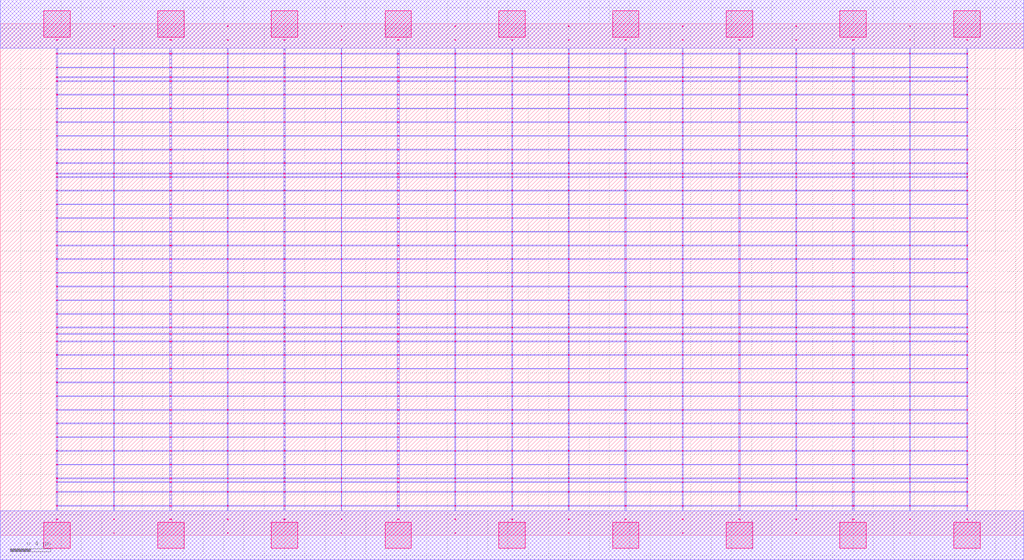
<source format=lef>
MACRO AOOAOI21211_DEBUG
 CLASS CORE ;
 FOREIGN AOOAOI21211_DEBUG 0 0 ;
 SIZE 10.08 BY 5.04 ;
 ORIGIN 0 0 ;
 SYMMETRY X Y R90 ;
 SITE unit ;

 OBS
    LAYER polycont ;
     RECT 5.03600000 2.58300000 5.04900000 2.59100000 ;
     RECT 5.03600000 2.71800000 5.04900000 2.72600000 ;
     RECT 5.03600000 2.85300000 5.04900000 2.86100000 ;
     RECT 5.03600000 2.98800000 5.04900000 2.99600000 ;
     RECT 7.27100000 2.58300000 7.28900000 2.59100000 ;
     RECT 7.83600000 2.58300000 7.84400000 2.59100000 ;
     RECT 8.39100000 2.58300000 8.40900000 2.59100000 ;
     RECT 8.95600000 2.58300000 8.96400000 2.59100000 ;
     RECT 9.51600000 2.58300000 9.52900000 2.59100000 ;
     RECT 5.59600000 2.58300000 5.60400000 2.59100000 ;
     RECT 5.59600000 2.71800000 5.60400000 2.72600000 ;
     RECT 6.15100000 2.71800000 6.16400000 2.72600000 ;
     RECT 6.71600000 2.71800000 6.72400000 2.72600000 ;
     RECT 7.27100000 2.71800000 7.28900000 2.72600000 ;
     RECT 7.83600000 2.71800000 7.84400000 2.72600000 ;
     RECT 8.39100000 2.71800000 8.40900000 2.72600000 ;
     RECT 8.95600000 2.71800000 8.96400000 2.72600000 ;
     RECT 9.51600000 2.71800000 9.52900000 2.72600000 ;
     RECT 6.15100000 2.58300000 6.16400000 2.59100000 ;
     RECT 5.59600000 2.85300000 5.60400000 2.86100000 ;
     RECT 6.15100000 2.85300000 6.16400000 2.86100000 ;
     RECT 6.71600000 2.85300000 6.72400000 2.86100000 ;
     RECT 7.27100000 2.85300000 7.28900000 2.86100000 ;
     RECT 7.83600000 2.85300000 7.84400000 2.86100000 ;
     RECT 8.39100000 2.85300000 8.40900000 2.86100000 ;
     RECT 8.95600000 2.85300000 8.96400000 2.86100000 ;
     RECT 9.51600000 2.85300000 9.52900000 2.86100000 ;
     RECT 6.71600000 2.58300000 6.72400000 2.59100000 ;
     RECT 5.59600000 2.98800000 5.60400000 2.99600000 ;
     RECT 6.15100000 2.98800000 6.16400000 2.99600000 ;
     RECT 6.71600000 2.98800000 6.72400000 2.99600000 ;
     RECT 7.27100000 2.98800000 7.28900000 2.99600000 ;
     RECT 7.83600000 2.98800000 7.84400000 2.99600000 ;
     RECT 8.39100000 2.98800000 8.40900000 2.99600000 ;
     RECT 8.95600000 2.98800000 8.96400000 2.99600000 ;
     RECT 9.51600000 2.98800000 9.52900000 2.99600000 ;
     RECT 5.59600000 3.12300000 5.60400000 3.13100000 ;
     RECT 5.59600000 3.25800000 5.60400000 3.26600000 ;
     RECT 5.59600000 3.39300000 5.60400000 3.40100000 ;
     RECT 5.59600000 3.52800000 5.60400000 3.53600000 ;
     RECT 5.59600000 3.56100000 5.60400000 3.56900000 ;
     RECT 5.59600000 3.66300000 5.60400000 3.67100000 ;
     RECT 5.59600000 3.79800000 5.60400000 3.80600000 ;
     RECT 5.59600000 3.93300000 5.60400000 3.94100000 ;
     RECT 5.59600000 4.06800000 5.60400000 4.07600000 ;
     RECT 5.59600000 4.20300000 5.60400000 4.21100000 ;
     RECT 5.59600000 4.33800000 5.60400000 4.34600000 ;
     RECT 5.59600000 4.47300000 5.60400000 4.48100000 ;
     RECT 5.59600000 4.51100000 5.60400000 4.51900000 ;
     RECT 5.59600000 4.60800000 5.60400000 4.61600000 ;
     RECT 5.59600000 4.74300000 5.60400000 4.75100000 ;
     RECT 5.59600000 4.87800000 5.60400000 4.88600000 ;
     RECT 1.11600000 2.98800000 1.12400000 2.99600000 ;
     RECT 1.67100000 2.98800000 1.68900000 2.99600000 ;
     RECT 2.23600000 2.98800000 2.24400000 2.99600000 ;
     RECT 2.79100000 2.98800000 2.80900000 2.99600000 ;
     RECT 3.35600000 2.98800000 3.36400000 2.99600000 ;
     RECT 3.91100000 2.98800000 3.92900000 2.99600000 ;
     RECT 4.47600000 2.98800000 4.48400000 2.99600000 ;
     RECT 2.23600000 2.58300000 2.24400000 2.59100000 ;
     RECT 2.79100000 2.58300000 2.80900000 2.59100000 ;
     RECT 3.35600000 2.58300000 3.36400000 2.59100000 ;
     RECT 3.91100000 2.58300000 3.92900000 2.59100000 ;
     RECT 4.47600000 2.58300000 4.48400000 2.59100000 ;
     RECT 0.55100000 2.58300000 0.56400000 2.59100000 ;
     RECT 0.55100000 2.71800000 0.56400000 2.72600000 ;
     RECT 0.55100000 2.85300000 0.56400000 2.86100000 ;
     RECT 1.11600000 2.85300000 1.12400000 2.86100000 ;
     RECT 1.67100000 2.85300000 1.68900000 2.86100000 ;
     RECT 2.23600000 2.85300000 2.24400000 2.86100000 ;
     RECT 2.79100000 2.85300000 2.80900000 2.86100000 ;
     RECT 3.35600000 2.85300000 3.36400000 2.86100000 ;
     RECT 3.91100000 2.85300000 3.92900000 2.86100000 ;
     RECT 4.47600000 2.85300000 4.48400000 2.86100000 ;
     RECT 1.11600000 2.71800000 1.12400000 2.72600000 ;
     RECT 1.67100000 2.71800000 1.68900000 2.72600000 ;
     RECT 2.23600000 2.71800000 2.24400000 2.72600000 ;
     RECT 2.79100000 2.71800000 2.80900000 2.72600000 ;
     RECT 3.35600000 2.71800000 3.36400000 2.72600000 ;
     RECT 3.91100000 2.71800000 3.92900000 2.72600000 ;
     RECT 4.47600000 2.71800000 4.48400000 2.72600000 ;
     RECT 1.11600000 2.58300000 1.12400000 2.59100000 ;
     RECT 1.67100000 2.58300000 1.68900000 2.59100000 ;
     RECT 0.55100000 2.98800000 0.56400000 2.99600000 ;
     RECT 4.47600000 0.55800000 4.48400000 0.56600000 ;
     RECT 4.47600000 0.69300000 4.48400000 0.70100000 ;
     RECT 4.47600000 0.82800000 4.48400000 0.83600000 ;
     RECT 4.47600000 0.96300000 4.48400000 0.97100000 ;
     RECT 4.47600000 1.09800000 4.48400000 1.10600000 ;
     RECT 4.47600000 1.23300000 4.48400000 1.24100000 ;
     RECT 4.47600000 1.36800000 4.48400000 1.37600000 ;
     RECT 4.47600000 1.50300000 4.48400000 1.51100000 ;
     RECT 4.47600000 1.63800000 4.48400000 1.64600000 ;
     RECT 4.47600000 1.77300000 4.48400000 1.78100000 ;
     RECT 4.47600000 1.90800000 4.48400000 1.91600000 ;
     RECT 4.47600000 1.98100000 4.48400000 1.98900000 ;
     RECT 4.47600000 2.04300000 4.48400000 2.05100000 ;
     RECT 4.47600000 2.17800000 4.48400000 2.18600000 ;
     RECT 4.47600000 2.31300000 4.48400000 2.32100000 ;
     RECT 4.47600000 2.44800000 4.48400000 2.45600000 ;
     RECT 4.47600000 0.15300000 4.48400000 0.16100000 ;
     RECT 4.47600000 0.28800000 4.48400000 0.29600000 ;
     RECT 4.47600000 0.42300000 4.48400000 0.43100000 ;
     RECT 4.47600000 0.52100000 4.48400000 0.52900000 ;

    LAYER pdiffc ;
     RECT 0.55100000 3.39300000 0.55900000 3.40100000 ;
     RECT 5.04100000 3.39300000 5.04900000 3.40100000 ;
     RECT 6.15100000 3.39300000 6.15900000 3.40100000 ;
     RECT 9.52100000 3.39300000 9.52900000 3.40100000 ;
     RECT 0.55100000 3.52800000 0.55900000 3.53600000 ;
     RECT 5.04100000 3.52800000 5.04900000 3.53600000 ;
     RECT 6.15100000 3.52800000 6.15900000 3.53600000 ;
     RECT 9.52100000 3.52800000 9.52900000 3.53600000 ;
     RECT 0.55100000 3.56100000 0.55900000 3.56900000 ;
     RECT 5.04100000 3.56100000 5.04900000 3.56900000 ;
     RECT 6.15100000 3.56100000 6.15900000 3.56900000 ;
     RECT 9.52100000 3.56100000 9.52900000 3.56900000 ;
     RECT 0.55100000 3.66300000 0.55900000 3.67100000 ;
     RECT 5.04100000 3.66300000 5.04900000 3.67100000 ;
     RECT 6.15100000 3.66300000 6.15900000 3.67100000 ;
     RECT 9.52100000 3.66300000 9.52900000 3.67100000 ;
     RECT 0.55100000 3.79800000 0.55900000 3.80600000 ;
     RECT 5.04100000 3.79800000 5.04900000 3.80600000 ;
     RECT 6.15100000 3.79800000 6.15900000 3.80600000 ;
     RECT 9.52100000 3.79800000 9.52900000 3.80600000 ;
     RECT 0.55100000 3.93300000 0.55900000 3.94100000 ;
     RECT 5.04100000 3.93300000 5.04900000 3.94100000 ;
     RECT 6.15100000 3.93300000 6.15900000 3.94100000 ;
     RECT 9.52100000 3.93300000 9.52900000 3.94100000 ;
     RECT 0.55100000 4.06800000 0.55900000 4.07600000 ;
     RECT 5.04100000 4.06800000 5.04900000 4.07600000 ;
     RECT 6.15100000 4.06800000 6.15900000 4.07600000 ;
     RECT 9.52100000 4.06800000 9.52900000 4.07600000 ;
     RECT 0.55100000 4.20300000 0.55900000 4.21100000 ;
     RECT 5.04100000 4.20300000 5.04900000 4.21100000 ;
     RECT 6.15100000 4.20300000 6.15900000 4.21100000 ;
     RECT 9.52100000 4.20300000 9.52900000 4.21100000 ;
     RECT 0.55100000 4.33800000 0.55900000 4.34600000 ;
     RECT 5.04100000 4.33800000 5.04900000 4.34600000 ;
     RECT 6.15100000 4.33800000 6.15900000 4.34600000 ;
     RECT 9.52100000 4.33800000 9.52900000 4.34600000 ;
     RECT 0.55100000 4.47300000 0.55900000 4.48100000 ;
     RECT 5.04100000 4.47300000 5.04900000 4.48100000 ;
     RECT 6.15100000 4.47300000 6.15900000 4.48100000 ;
     RECT 9.52100000 4.47300000 9.52900000 4.48100000 ;
     RECT 0.55100000 4.51100000 0.55900000 4.51900000 ;
     RECT 5.04100000 4.51100000 5.04900000 4.51900000 ;
     RECT 6.15100000 4.51100000 6.15900000 4.51900000 ;
     RECT 9.52100000 4.51100000 9.52900000 4.51900000 ;
     RECT 0.55100000 4.60800000 0.55900000 4.61600000 ;
     RECT 5.04100000 4.60800000 5.04900000 4.61600000 ;
     RECT 6.15100000 4.60800000 6.15900000 4.61600000 ;
     RECT 9.52100000 4.60800000 9.52900000 4.61600000 ;

    LAYER ndiffc ;
     RECT 5.03600000 0.42300000 5.04900000 0.43100000 ;
     RECT 5.03600000 0.52100000 5.04900000 0.52900000 ;
     RECT 5.03600000 0.55800000 5.04900000 0.56600000 ;
     RECT 5.03600000 0.69300000 5.04900000 0.70100000 ;
     RECT 5.03600000 0.82800000 5.04900000 0.83600000 ;
     RECT 5.03600000 0.96300000 5.04900000 0.97100000 ;
     RECT 5.03600000 1.09800000 5.04900000 1.10600000 ;
     RECT 5.03600000 1.23300000 5.04900000 1.24100000 ;
     RECT 5.03600000 1.36800000 5.04900000 1.37600000 ;
     RECT 5.03600000 1.50300000 5.04900000 1.51100000 ;
     RECT 5.03600000 1.63800000 5.04900000 1.64600000 ;
     RECT 5.03600000 1.77300000 5.04900000 1.78100000 ;
     RECT 5.03600000 1.90800000 5.04900000 1.91600000 ;
     RECT 5.03600000 1.98100000 5.04900000 1.98900000 ;
     RECT 5.03600000 2.04300000 5.04900000 2.05100000 ;
     RECT 8.39100000 0.42300000 8.40900000 0.43100000 ;
     RECT 6.15100000 0.69300000 6.16400000 0.70100000 ;
     RECT 7.27100000 0.69300000 7.28900000 0.70100000 ;
     RECT 8.39100000 0.69300000 8.40900000 0.70100000 ;
     RECT 9.51600000 0.69300000 9.52900000 0.70100000 ;
     RECT 9.51600000 0.42300000 9.52900000 0.43100000 ;
     RECT 6.15100000 0.82800000 6.16400000 0.83600000 ;
     RECT 7.27100000 0.82800000 7.28900000 0.83600000 ;
     RECT 8.39100000 0.82800000 8.40900000 0.83600000 ;
     RECT 9.51600000 0.82800000 9.52900000 0.83600000 ;
     RECT 6.15100000 0.42300000 6.16400000 0.43100000 ;
     RECT 6.15100000 0.96300000 6.16400000 0.97100000 ;
     RECT 7.27100000 0.96300000 7.28900000 0.97100000 ;
     RECT 8.39100000 0.96300000 8.40900000 0.97100000 ;
     RECT 9.51600000 0.96300000 9.52900000 0.97100000 ;
     RECT 6.15100000 0.52100000 6.16400000 0.52900000 ;
     RECT 6.15100000 1.09800000 6.16400000 1.10600000 ;
     RECT 7.27100000 1.09800000 7.28900000 1.10600000 ;
     RECT 8.39100000 1.09800000 8.40900000 1.10600000 ;
     RECT 9.51600000 1.09800000 9.52900000 1.10600000 ;
     RECT 7.27100000 0.52100000 7.28900000 0.52900000 ;
     RECT 6.15100000 1.23300000 6.16400000 1.24100000 ;
     RECT 7.27100000 1.23300000 7.28900000 1.24100000 ;
     RECT 8.39100000 1.23300000 8.40900000 1.24100000 ;
     RECT 9.51600000 1.23300000 9.52900000 1.24100000 ;
     RECT 8.39100000 0.52100000 8.40900000 0.52900000 ;
     RECT 6.15100000 1.36800000 6.16400000 1.37600000 ;
     RECT 7.27100000 1.36800000 7.28900000 1.37600000 ;
     RECT 8.39100000 1.36800000 8.40900000 1.37600000 ;
     RECT 9.51600000 1.36800000 9.52900000 1.37600000 ;
     RECT 9.51600000 0.52100000 9.52900000 0.52900000 ;
     RECT 6.15100000 1.50300000 6.16400000 1.51100000 ;
     RECT 7.27100000 1.50300000 7.28900000 1.51100000 ;
     RECT 8.39100000 1.50300000 8.40900000 1.51100000 ;
     RECT 9.51600000 1.50300000 9.52900000 1.51100000 ;
     RECT 7.27100000 0.42300000 7.28900000 0.43100000 ;
     RECT 6.15100000 1.63800000 6.16400000 1.64600000 ;
     RECT 7.27100000 1.63800000 7.28900000 1.64600000 ;
     RECT 8.39100000 1.63800000 8.40900000 1.64600000 ;
     RECT 9.51600000 1.63800000 9.52900000 1.64600000 ;
     RECT 6.15100000 0.55800000 6.16400000 0.56600000 ;
     RECT 6.15100000 1.77300000 6.16400000 1.78100000 ;
     RECT 7.27100000 1.77300000 7.28900000 1.78100000 ;
     RECT 8.39100000 1.77300000 8.40900000 1.78100000 ;
     RECT 9.51600000 1.77300000 9.52900000 1.78100000 ;
     RECT 7.27100000 0.55800000 7.28900000 0.56600000 ;
     RECT 6.15100000 1.90800000 6.16400000 1.91600000 ;
     RECT 7.27100000 1.90800000 7.28900000 1.91600000 ;
     RECT 8.39100000 1.90800000 8.40900000 1.91600000 ;
     RECT 9.51600000 1.90800000 9.52900000 1.91600000 ;
     RECT 8.39100000 0.55800000 8.40900000 0.56600000 ;
     RECT 6.15100000 1.98100000 6.16400000 1.98900000 ;
     RECT 7.27100000 1.98100000 7.28900000 1.98900000 ;
     RECT 8.39100000 1.98100000 8.40900000 1.98900000 ;
     RECT 9.51600000 1.98100000 9.52900000 1.98900000 ;
     RECT 9.51600000 0.55800000 9.52900000 0.56600000 ;
     RECT 6.15100000 2.04300000 6.16400000 2.05100000 ;
     RECT 7.27100000 2.04300000 7.28900000 2.05100000 ;
     RECT 8.39100000 2.04300000 8.40900000 2.05100000 ;
     RECT 9.51600000 2.04300000 9.52900000 2.05100000 ;
     RECT 3.91100000 1.36800000 3.92900000 1.37600000 ;
     RECT 2.79100000 0.55800000 2.80900000 0.56600000 ;
     RECT 3.91100000 0.55800000 3.92900000 0.56600000 ;
     RECT 1.67100000 0.52100000 1.68900000 0.52900000 ;
     RECT 2.79100000 0.52100000 2.80900000 0.52900000 ;
     RECT 3.91100000 0.52100000 3.92900000 0.52900000 ;
     RECT 0.55100000 1.50300000 0.56400000 1.51100000 ;
     RECT 1.67100000 1.50300000 1.68900000 1.51100000 ;
     RECT 2.79100000 1.50300000 2.80900000 1.51100000 ;
     RECT 3.91100000 1.50300000 3.92900000 1.51100000 ;
     RECT 0.55100000 0.96300000 0.56400000 0.97100000 ;
     RECT 1.67100000 0.96300000 1.68900000 0.97100000 ;
     RECT 2.79100000 0.96300000 2.80900000 0.97100000 ;
     RECT 3.91100000 0.96300000 3.92900000 0.97100000 ;
     RECT 1.67100000 0.42300000 1.68900000 0.43100000 ;
     RECT 0.55100000 1.63800000 0.56400000 1.64600000 ;
     RECT 1.67100000 1.63800000 1.68900000 1.64600000 ;
     RECT 2.79100000 1.63800000 2.80900000 1.64600000 ;
     RECT 3.91100000 1.63800000 3.92900000 1.64600000 ;
     RECT 2.79100000 0.42300000 2.80900000 0.43100000 ;
     RECT 0.55100000 0.69300000 0.56400000 0.70100000 ;
     RECT 1.67100000 0.69300000 1.68900000 0.70100000 ;
     RECT 2.79100000 0.69300000 2.80900000 0.70100000 ;
     RECT 0.55100000 1.09800000 0.56400000 1.10600000 ;
     RECT 0.55100000 1.77300000 0.56400000 1.78100000 ;
     RECT 1.67100000 1.77300000 1.68900000 1.78100000 ;
     RECT 2.79100000 1.77300000 2.80900000 1.78100000 ;
     RECT 3.91100000 1.77300000 3.92900000 1.78100000 ;
     RECT 1.67100000 1.09800000 1.68900000 1.10600000 ;
     RECT 2.79100000 1.09800000 2.80900000 1.10600000 ;
     RECT 3.91100000 1.09800000 3.92900000 1.10600000 ;
     RECT 3.91100000 0.69300000 3.92900000 0.70100000 ;
     RECT 3.91100000 0.42300000 3.92900000 0.43100000 ;
     RECT 0.55100000 1.90800000 0.56400000 1.91600000 ;
     RECT 1.67100000 1.90800000 1.68900000 1.91600000 ;
     RECT 2.79100000 1.90800000 2.80900000 1.91600000 ;
     RECT 3.91100000 1.90800000 3.92900000 1.91600000 ;
     RECT 0.55100000 0.42300000 0.56400000 0.43100000 ;
     RECT 0.55100000 0.52100000 0.56400000 0.52900000 ;
     RECT 0.55100000 0.55800000 0.56400000 0.56600000 ;
     RECT 0.55100000 1.23300000 0.56400000 1.24100000 ;
     RECT 1.67100000 1.23300000 1.68900000 1.24100000 ;
     RECT 0.55100000 1.98100000 0.56400000 1.98900000 ;
     RECT 1.67100000 1.98100000 1.68900000 1.98900000 ;
     RECT 2.79100000 1.98100000 2.80900000 1.98900000 ;
     RECT 3.91100000 1.98100000 3.92900000 1.98900000 ;
     RECT 2.79100000 1.23300000 2.80900000 1.24100000 ;
     RECT 3.91100000 1.23300000 3.92900000 1.24100000 ;
     RECT 1.67100000 0.55800000 1.68900000 0.56600000 ;
     RECT 0.55100000 0.82800000 0.56400000 0.83600000 ;
     RECT 1.67100000 0.82800000 1.68900000 0.83600000 ;
     RECT 0.55100000 2.04300000 0.56400000 2.05100000 ;
     RECT 1.67100000 2.04300000 1.68900000 2.05100000 ;
     RECT 2.79100000 2.04300000 2.80900000 2.05100000 ;
     RECT 3.91100000 2.04300000 3.92900000 2.05100000 ;
     RECT 2.79100000 0.82800000 2.80900000 0.83600000 ;
     RECT 3.91100000 0.82800000 3.92900000 0.83600000 ;
     RECT 0.55100000 1.36800000 0.56400000 1.37600000 ;
     RECT 1.67100000 1.36800000 1.68900000 1.37600000 ;
     RECT 2.79100000 1.36800000 2.80900000 1.37600000 ;

    LAYER met1 ;
     RECT 0.00000000 -0.24000000 10.08000000 0.24000000 ;
     RECT 5.03600000 0.24000000 5.04900000 0.28800000 ;
     RECT 0.55100000 0.28800000 9.52900000 0.29600000 ;
     RECT 5.03600000 0.29600000 5.04900000 0.42300000 ;
     RECT 0.55100000 0.42300000 9.52900000 0.43100000 ;
     RECT 5.03600000 0.43100000 5.04900000 0.52100000 ;
     RECT 0.55100000 0.52100000 9.52900000 0.52900000 ;
     RECT 5.03600000 0.52900000 5.04900000 0.55800000 ;
     RECT 0.55100000 0.55800000 9.52900000 0.56600000 ;
     RECT 5.03600000 0.56600000 5.04900000 0.69300000 ;
     RECT 0.55100000 0.69300000 9.52900000 0.70100000 ;
     RECT 5.03600000 0.70100000 5.04900000 0.82800000 ;
     RECT 0.55100000 0.82800000 9.52900000 0.83600000 ;
     RECT 5.03600000 0.83600000 5.04900000 0.96300000 ;
     RECT 0.55100000 0.96300000 9.52900000 0.97100000 ;
     RECT 5.03600000 0.97100000 5.04900000 1.09800000 ;
     RECT 0.55100000 1.09800000 9.52900000 1.10600000 ;
     RECT 5.03600000 1.10600000 5.04900000 1.23300000 ;
     RECT 0.55100000 1.23300000 9.52900000 1.24100000 ;
     RECT 5.03600000 1.24100000 5.04900000 1.36800000 ;
     RECT 0.55100000 1.36800000 9.52900000 1.37600000 ;
     RECT 5.03600000 1.37600000 5.04900000 1.50300000 ;
     RECT 0.55100000 1.50300000 9.52900000 1.51100000 ;
     RECT 5.03600000 1.51100000 5.04900000 1.63800000 ;
     RECT 0.55100000 1.63800000 9.52900000 1.64600000 ;
     RECT 5.03600000 1.64600000 5.04900000 1.77300000 ;
     RECT 0.55100000 1.77300000 9.52900000 1.78100000 ;
     RECT 5.03600000 1.78100000 5.04900000 1.90800000 ;
     RECT 0.55100000 1.90800000 9.52900000 1.91600000 ;
     RECT 5.03600000 1.91600000 5.04900000 1.98100000 ;
     RECT 0.55100000 1.98100000 9.52900000 1.98900000 ;
     RECT 5.03600000 1.98900000 5.04900000 2.04300000 ;
     RECT 0.55100000 2.04300000 9.52900000 2.05100000 ;
     RECT 5.03600000 2.05100000 5.04900000 2.17800000 ;
     RECT 0.55100000 2.17800000 9.52900000 2.18600000 ;
     RECT 5.03600000 2.18600000 5.04900000 2.31300000 ;
     RECT 0.55100000 2.31300000 9.52900000 2.32100000 ;
     RECT 5.03600000 2.32100000 5.04900000 2.44800000 ;
     RECT 0.55100000 2.44800000 9.52900000 2.45600000 ;
     RECT 0.55100000 2.45600000 0.56400000 2.58300000 ;
     RECT 1.11600000 2.45600000 1.12400000 2.58300000 ;
     RECT 1.67100000 2.45600000 1.68900000 2.58300000 ;
     RECT 2.23600000 2.45600000 2.24400000 2.58300000 ;
     RECT 2.79100000 2.45600000 2.80900000 2.58300000 ;
     RECT 3.35600000 2.45600000 3.36400000 2.58300000 ;
     RECT 3.91100000 2.45600000 3.92900000 2.58300000 ;
     RECT 4.47600000 2.45600000 4.48400000 2.58300000 ;
     RECT 5.03600000 2.45600000 5.04900000 2.58300000 ;
     RECT 5.59600000 2.45600000 5.60400000 2.58300000 ;
     RECT 6.15100000 2.45600000 6.16400000 2.58300000 ;
     RECT 6.71600000 2.45600000 6.72400000 2.58300000 ;
     RECT 7.27100000 2.45600000 7.28900000 2.58300000 ;
     RECT 7.83600000 2.45600000 7.84400000 2.58300000 ;
     RECT 8.39100000 2.45600000 8.40900000 2.58300000 ;
     RECT 8.95600000 2.45600000 8.96400000 2.58300000 ;
     RECT 9.51600000 2.45600000 9.52900000 2.58300000 ;
     RECT 0.55100000 2.58300000 9.52900000 2.59100000 ;
     RECT 5.03600000 2.59100000 5.04900000 2.71800000 ;
     RECT 0.55100000 2.71800000 9.52900000 2.72600000 ;
     RECT 5.03600000 2.72600000 5.04900000 2.85300000 ;
     RECT 0.55100000 2.85300000 9.52900000 2.86100000 ;
     RECT 5.03600000 2.86100000 5.04900000 2.98800000 ;
     RECT 0.55100000 2.98800000 9.52900000 2.99600000 ;
     RECT 5.03600000 2.99600000 5.04900000 3.12300000 ;
     RECT 0.55100000 3.12300000 9.52900000 3.13100000 ;
     RECT 5.03600000 3.13100000 5.04900000 3.25800000 ;
     RECT 0.55100000 3.25800000 9.52900000 3.26600000 ;
     RECT 5.03600000 3.26600000 5.04900000 3.39300000 ;
     RECT 0.55100000 3.39300000 9.52900000 3.40100000 ;
     RECT 5.03600000 3.40100000 5.04900000 3.52800000 ;
     RECT 0.55100000 3.52800000 9.52900000 3.53600000 ;
     RECT 5.03600000 3.53600000 5.04900000 3.56100000 ;
     RECT 0.55100000 3.56100000 9.52900000 3.56900000 ;
     RECT 5.03600000 3.56900000 5.04900000 3.66300000 ;
     RECT 0.55100000 3.66300000 9.52900000 3.67100000 ;
     RECT 5.03600000 3.67100000 5.04900000 3.79800000 ;
     RECT 0.55100000 3.79800000 9.52900000 3.80600000 ;
     RECT 5.03600000 3.80600000 5.04900000 3.93300000 ;
     RECT 0.55100000 3.93300000 9.52900000 3.94100000 ;
     RECT 5.03600000 3.94100000 5.04900000 4.06800000 ;
     RECT 0.55100000 4.06800000 9.52900000 4.07600000 ;
     RECT 5.03600000 4.07600000 5.04900000 4.20300000 ;
     RECT 0.55100000 4.20300000 9.52900000 4.21100000 ;
     RECT 5.03600000 4.21100000 5.04900000 4.33800000 ;
     RECT 0.55100000 4.33800000 9.52900000 4.34600000 ;
     RECT 5.03600000 4.34600000 5.04900000 4.47300000 ;
     RECT 0.55100000 4.47300000 9.52900000 4.48100000 ;
     RECT 5.03600000 4.48100000 5.04900000 4.51100000 ;
     RECT 0.55100000 4.51100000 9.52900000 4.51900000 ;
     RECT 5.03600000 4.51900000 5.04900000 4.60800000 ;
     RECT 0.55100000 4.60800000 9.52900000 4.61600000 ;
     RECT 5.03600000 4.61600000 5.04900000 4.74300000 ;
     RECT 0.55100000 4.74300000 9.52900000 4.75100000 ;
     RECT 5.03600000 4.75100000 5.04900000 4.80000000 ;
     RECT 0.00000000 4.80000000 10.08000000 5.28000000 ;
     RECT 5.59600000 3.80600000 5.60400000 3.93300000 ;
     RECT 6.15100000 3.80600000 6.16400000 3.93300000 ;
     RECT 6.71600000 3.80600000 6.72400000 3.93300000 ;
     RECT 7.27100000 3.80600000 7.28900000 3.93300000 ;
     RECT 7.83600000 3.80600000 7.84400000 3.93300000 ;
     RECT 8.39100000 3.80600000 8.40900000 3.93300000 ;
     RECT 8.95600000 3.80600000 8.96400000 3.93300000 ;
     RECT 9.51600000 3.80600000 9.52900000 3.93300000 ;
     RECT 7.83600000 3.94100000 7.84400000 4.06800000 ;
     RECT 8.39100000 3.94100000 8.40900000 4.06800000 ;
     RECT 8.95600000 3.94100000 8.96400000 4.06800000 ;
     RECT 9.51600000 3.94100000 9.52900000 4.06800000 ;
     RECT 7.83600000 4.07600000 7.84400000 4.20300000 ;
     RECT 8.39100000 4.07600000 8.40900000 4.20300000 ;
     RECT 8.95600000 4.07600000 8.96400000 4.20300000 ;
     RECT 9.51600000 4.07600000 9.52900000 4.20300000 ;
     RECT 7.83600000 4.21100000 7.84400000 4.33800000 ;
     RECT 8.39100000 4.21100000 8.40900000 4.33800000 ;
     RECT 8.95600000 4.21100000 8.96400000 4.33800000 ;
     RECT 9.51600000 4.21100000 9.52900000 4.33800000 ;
     RECT 7.83600000 4.34600000 7.84400000 4.47300000 ;
     RECT 8.39100000 4.34600000 8.40900000 4.47300000 ;
     RECT 8.95600000 4.34600000 8.96400000 4.47300000 ;
     RECT 9.51600000 4.34600000 9.52900000 4.47300000 ;
     RECT 7.83600000 4.48100000 7.84400000 4.51100000 ;
     RECT 8.39100000 4.48100000 8.40900000 4.51100000 ;
     RECT 8.95600000 4.48100000 8.96400000 4.51100000 ;
     RECT 9.51600000 4.48100000 9.52900000 4.51100000 ;
     RECT 7.83600000 4.51900000 7.84400000 4.60800000 ;
     RECT 8.39100000 4.51900000 8.40900000 4.60800000 ;
     RECT 8.95600000 4.51900000 8.96400000 4.60800000 ;
     RECT 9.51600000 4.51900000 9.52900000 4.60800000 ;
     RECT 7.83600000 4.61600000 7.84400000 4.74300000 ;
     RECT 8.39100000 4.61600000 8.40900000 4.74300000 ;
     RECT 8.95600000 4.61600000 8.96400000 4.74300000 ;
     RECT 9.51600000 4.61600000 9.52900000 4.74300000 ;
     RECT 7.83600000 4.75100000 7.84400000 4.80000000 ;
     RECT 8.39100000 4.75100000 8.40900000 4.80000000 ;
     RECT 8.95600000 4.75100000 8.96400000 4.80000000 ;
     RECT 9.51600000 4.75100000 9.52900000 4.80000000 ;
     RECT 5.59600000 4.48100000 5.60400000 4.51100000 ;
     RECT 6.15100000 4.48100000 6.16400000 4.51100000 ;
     RECT 6.71600000 4.48100000 6.72400000 4.51100000 ;
     RECT 7.27100000 4.48100000 7.28900000 4.51100000 ;
     RECT 5.59600000 4.21100000 5.60400000 4.33800000 ;
     RECT 6.15100000 4.21100000 6.16400000 4.33800000 ;
     RECT 6.71600000 4.21100000 6.72400000 4.33800000 ;
     RECT 7.27100000 4.21100000 7.28900000 4.33800000 ;
     RECT 5.59600000 4.51900000 5.60400000 4.60800000 ;
     RECT 6.15100000 4.51900000 6.16400000 4.60800000 ;
     RECT 6.71600000 4.51900000 6.72400000 4.60800000 ;
     RECT 7.27100000 4.51900000 7.28900000 4.60800000 ;
     RECT 5.59600000 4.07600000 5.60400000 4.20300000 ;
     RECT 6.15100000 4.07600000 6.16400000 4.20300000 ;
     RECT 6.71600000 4.07600000 6.72400000 4.20300000 ;
     RECT 7.27100000 4.07600000 7.28900000 4.20300000 ;
     RECT 5.59600000 4.61600000 5.60400000 4.74300000 ;
     RECT 6.15100000 4.61600000 6.16400000 4.74300000 ;
     RECT 6.71600000 4.61600000 6.72400000 4.74300000 ;
     RECT 7.27100000 4.61600000 7.28900000 4.74300000 ;
     RECT 5.59600000 4.34600000 5.60400000 4.47300000 ;
     RECT 6.15100000 4.34600000 6.16400000 4.47300000 ;
     RECT 6.71600000 4.34600000 6.72400000 4.47300000 ;
     RECT 7.27100000 4.34600000 7.28900000 4.47300000 ;
     RECT 5.59600000 4.75100000 5.60400000 4.80000000 ;
     RECT 6.15100000 4.75100000 6.16400000 4.80000000 ;
     RECT 6.71600000 4.75100000 6.72400000 4.80000000 ;
     RECT 7.27100000 4.75100000 7.28900000 4.80000000 ;
     RECT 5.59600000 3.94100000 5.60400000 4.06800000 ;
     RECT 6.15100000 3.94100000 6.16400000 4.06800000 ;
     RECT 6.71600000 3.94100000 6.72400000 4.06800000 ;
     RECT 7.27100000 3.94100000 7.28900000 4.06800000 ;
     RECT 5.59600000 2.59100000 5.60400000 2.71800000 ;
     RECT 6.15100000 2.59100000 6.16400000 2.71800000 ;
     RECT 5.59600000 3.26600000 5.60400000 3.39300000 ;
     RECT 6.15100000 3.26600000 6.16400000 3.39300000 ;
     RECT 5.59600000 2.86100000 5.60400000 2.98800000 ;
     RECT 6.15100000 2.86100000 6.16400000 2.98800000 ;
     RECT 6.71600000 3.26600000 6.72400000 3.39300000 ;
     RECT 7.27100000 3.26600000 7.28900000 3.39300000 ;
     RECT 5.59600000 2.72600000 5.60400000 2.85300000 ;
     RECT 6.15100000 2.72600000 6.16400000 2.85300000 ;
     RECT 5.59600000 3.40100000 5.60400000 3.52800000 ;
     RECT 6.15100000 3.40100000 6.16400000 3.52800000 ;
     RECT 5.59600000 2.99600000 5.60400000 3.12300000 ;
     RECT 6.15100000 2.99600000 6.16400000 3.12300000 ;
     RECT 6.71600000 3.40100000 6.72400000 3.52800000 ;
     RECT 7.27100000 3.40100000 7.28900000 3.52800000 ;
     RECT 6.71600000 2.86100000 6.72400000 2.98800000 ;
     RECT 7.27100000 2.86100000 7.28900000 2.98800000 ;
     RECT 6.71600000 2.72600000 6.72400000 2.85300000 ;
     RECT 7.27100000 2.72600000 7.28900000 2.85300000 ;
     RECT 5.59600000 3.53600000 5.60400000 3.56100000 ;
     RECT 6.15100000 3.53600000 6.16400000 3.56100000 ;
     RECT 6.71600000 2.99600000 6.72400000 3.12300000 ;
     RECT 7.27100000 2.99600000 7.28900000 3.12300000 ;
     RECT 6.71600000 3.53600000 6.72400000 3.56100000 ;
     RECT 7.27100000 3.53600000 7.28900000 3.56100000 ;
     RECT 5.59600000 3.56900000 5.60400000 3.66300000 ;
     RECT 6.15100000 3.56900000 6.16400000 3.66300000 ;
     RECT 6.71600000 3.56900000 6.72400000 3.66300000 ;
     RECT 7.27100000 3.56900000 7.28900000 3.66300000 ;
     RECT 5.59600000 3.67100000 5.60400000 3.79800000 ;
     RECT 6.15100000 3.67100000 6.16400000 3.79800000 ;
     RECT 6.71600000 3.67100000 6.72400000 3.79800000 ;
     RECT 7.27100000 3.67100000 7.28900000 3.79800000 ;
     RECT 6.71600000 2.59100000 6.72400000 2.71800000 ;
     RECT 7.27100000 2.59100000 7.28900000 2.71800000 ;
     RECT 5.59600000 3.13100000 5.60400000 3.25800000 ;
     RECT 6.15100000 3.13100000 6.16400000 3.25800000 ;
     RECT 6.71600000 3.13100000 6.72400000 3.25800000 ;
     RECT 7.27100000 3.13100000 7.28900000 3.25800000 ;
     RECT 8.39100000 2.59100000 8.40900000 2.71800000 ;
     RECT 9.51600000 2.99600000 9.52900000 3.12300000 ;
     RECT 7.83600000 3.13100000 7.84400000 3.25800000 ;
     RECT 7.83600000 3.56900000 7.84400000 3.66300000 ;
     RECT 8.39100000 3.56900000 8.40900000 3.66300000 ;
     RECT 8.95600000 3.56900000 8.96400000 3.66300000 ;
     RECT 9.51600000 3.56900000 9.52900000 3.66300000 ;
     RECT 8.95600000 2.72600000 8.96400000 2.85300000 ;
     RECT 9.51600000 2.72600000 9.52900000 2.85300000 ;
     RECT 8.39100000 3.13100000 8.40900000 3.25800000 ;
     RECT 7.83600000 3.40100000 7.84400000 3.52800000 ;
     RECT 8.39100000 3.40100000 8.40900000 3.52800000 ;
     RECT 8.95600000 3.40100000 8.96400000 3.52800000 ;
     RECT 7.83600000 3.67100000 7.84400000 3.79800000 ;
     RECT 8.39100000 3.67100000 8.40900000 3.79800000 ;
     RECT 8.95600000 3.67100000 8.96400000 3.79800000 ;
     RECT 7.83600000 2.86100000 7.84400000 2.98800000 ;
     RECT 8.39100000 2.86100000 8.40900000 2.98800000 ;
     RECT 9.51600000 3.67100000 9.52900000 3.79800000 ;
     RECT 9.51600000 3.40100000 9.52900000 3.52800000 ;
     RECT 8.95600000 3.13100000 8.96400000 3.25800000 ;
     RECT 7.83600000 3.26600000 7.84400000 3.39300000 ;
     RECT 8.39100000 3.26600000 8.40900000 3.39300000 ;
     RECT 8.95600000 3.26600000 8.96400000 3.39300000 ;
     RECT 9.51600000 3.26600000 9.52900000 3.39300000 ;
     RECT 9.51600000 3.13100000 9.52900000 3.25800000 ;
     RECT 8.95600000 2.86100000 8.96400000 2.98800000 ;
     RECT 9.51600000 2.86100000 9.52900000 2.98800000 ;
     RECT 7.83600000 3.53600000 7.84400000 3.56100000 ;
     RECT 7.83600000 2.99600000 7.84400000 3.12300000 ;
     RECT 8.39100000 2.99600000 8.40900000 3.12300000 ;
     RECT 8.39100000 3.53600000 8.40900000 3.56100000 ;
     RECT 8.95600000 3.53600000 8.96400000 3.56100000 ;
     RECT 9.51600000 3.53600000 9.52900000 3.56100000 ;
     RECT 7.83600000 2.72600000 7.84400000 2.85300000 ;
     RECT 8.39100000 2.72600000 8.40900000 2.85300000 ;
     RECT 8.95600000 2.59100000 8.96400000 2.71800000 ;
     RECT 9.51600000 2.59100000 9.52900000 2.71800000 ;
     RECT 7.83600000 2.59100000 7.84400000 2.71800000 ;
     RECT 8.95600000 2.99600000 8.96400000 3.12300000 ;
     RECT 0.55100000 3.80600000 0.56400000 3.93300000 ;
     RECT 1.11600000 3.80600000 1.12400000 3.93300000 ;
     RECT 1.67100000 3.80600000 1.68900000 3.93300000 ;
     RECT 2.23600000 3.80600000 2.24400000 3.93300000 ;
     RECT 2.79100000 3.80600000 2.80900000 3.93300000 ;
     RECT 3.35600000 3.80600000 3.36400000 3.93300000 ;
     RECT 3.91100000 3.80600000 3.92900000 3.93300000 ;
     RECT 4.47600000 3.80600000 4.48400000 3.93300000 ;
     RECT 2.79100000 4.21100000 2.80900000 4.33800000 ;
     RECT 3.35600000 4.21100000 3.36400000 4.33800000 ;
     RECT 3.91100000 4.21100000 3.92900000 4.33800000 ;
     RECT 4.47600000 4.21100000 4.48400000 4.33800000 ;
     RECT 2.79100000 4.34600000 2.80900000 4.47300000 ;
     RECT 3.35600000 4.34600000 3.36400000 4.47300000 ;
     RECT 3.91100000 4.34600000 3.92900000 4.47300000 ;
     RECT 4.47600000 4.34600000 4.48400000 4.47300000 ;
     RECT 2.79100000 4.48100000 2.80900000 4.51100000 ;
     RECT 3.35600000 4.48100000 3.36400000 4.51100000 ;
     RECT 3.91100000 4.48100000 3.92900000 4.51100000 ;
     RECT 4.47600000 4.48100000 4.48400000 4.51100000 ;
     RECT 2.79100000 4.51900000 2.80900000 4.60800000 ;
     RECT 3.35600000 4.51900000 3.36400000 4.60800000 ;
     RECT 3.91100000 4.51900000 3.92900000 4.60800000 ;
     RECT 4.47600000 4.51900000 4.48400000 4.60800000 ;
     RECT 2.79100000 4.61600000 2.80900000 4.74300000 ;
     RECT 3.35600000 4.61600000 3.36400000 4.74300000 ;
     RECT 3.91100000 4.61600000 3.92900000 4.74300000 ;
     RECT 4.47600000 4.61600000 4.48400000 4.74300000 ;
     RECT 2.79100000 4.75100000 2.80900000 4.80000000 ;
     RECT 3.35600000 4.75100000 3.36400000 4.80000000 ;
     RECT 3.91100000 4.75100000 3.92900000 4.80000000 ;
     RECT 4.47600000 4.75100000 4.48400000 4.80000000 ;
     RECT 2.79100000 3.94100000 2.80900000 4.06800000 ;
     RECT 3.35600000 3.94100000 3.36400000 4.06800000 ;
     RECT 3.91100000 3.94100000 3.92900000 4.06800000 ;
     RECT 4.47600000 3.94100000 4.48400000 4.06800000 ;
     RECT 2.79100000 4.07600000 2.80900000 4.20300000 ;
     RECT 3.35600000 4.07600000 3.36400000 4.20300000 ;
     RECT 3.91100000 4.07600000 3.92900000 4.20300000 ;
     RECT 4.47600000 4.07600000 4.48400000 4.20300000 ;
     RECT 0.55100000 4.51900000 0.56400000 4.60800000 ;
     RECT 1.11600000 4.51900000 1.12400000 4.60800000 ;
     RECT 1.67100000 4.51900000 1.68900000 4.60800000 ;
     RECT 2.23600000 4.51900000 2.24400000 4.60800000 ;
     RECT 0.55100000 4.07600000 0.56400000 4.20300000 ;
     RECT 1.11600000 4.07600000 1.12400000 4.20300000 ;
     RECT 1.67100000 4.07600000 1.68900000 4.20300000 ;
     RECT 2.23600000 4.07600000 2.24400000 4.20300000 ;
     RECT 0.55100000 4.61600000 0.56400000 4.74300000 ;
     RECT 1.11600000 4.61600000 1.12400000 4.74300000 ;
     RECT 1.67100000 4.61600000 1.68900000 4.74300000 ;
     RECT 2.23600000 4.61600000 2.24400000 4.74300000 ;
     RECT 0.55100000 4.34600000 0.56400000 4.47300000 ;
     RECT 1.11600000 4.34600000 1.12400000 4.47300000 ;
     RECT 1.67100000 4.34600000 1.68900000 4.47300000 ;
     RECT 2.23600000 4.34600000 2.24400000 4.47300000 ;
     RECT 0.55100000 4.75100000 0.56400000 4.80000000 ;
     RECT 1.11600000 4.75100000 1.12400000 4.80000000 ;
     RECT 1.67100000 4.75100000 1.68900000 4.80000000 ;
     RECT 2.23600000 4.75100000 2.24400000 4.80000000 ;
     RECT 0.55100000 3.94100000 0.56400000 4.06800000 ;
     RECT 1.11600000 3.94100000 1.12400000 4.06800000 ;
     RECT 1.67100000 3.94100000 1.68900000 4.06800000 ;
     RECT 2.23600000 3.94100000 2.24400000 4.06800000 ;
     RECT 0.55100000 4.48100000 0.56400000 4.51100000 ;
     RECT 1.11600000 4.48100000 1.12400000 4.51100000 ;
     RECT 1.67100000 4.48100000 1.68900000 4.51100000 ;
     RECT 2.23600000 4.48100000 2.24400000 4.51100000 ;
     RECT 0.55100000 4.21100000 0.56400000 4.33800000 ;
     RECT 1.11600000 4.21100000 1.12400000 4.33800000 ;
     RECT 1.67100000 4.21100000 1.68900000 4.33800000 ;
     RECT 2.23600000 4.21100000 2.24400000 4.33800000 ;
     RECT 1.67100000 2.86100000 1.68900000 2.98800000 ;
     RECT 2.23600000 2.86100000 2.24400000 2.98800000 ;
     RECT 0.55100000 3.13100000 0.56400000 3.25800000 ;
     RECT 1.11600000 3.13100000 1.12400000 3.25800000 ;
     RECT 1.67100000 3.13100000 1.68900000 3.25800000 ;
     RECT 2.23600000 3.13100000 2.24400000 3.25800000 ;
     RECT 0.55100000 3.67100000 0.56400000 3.79800000 ;
     RECT 1.11600000 3.67100000 1.12400000 3.79800000 ;
     RECT 1.67100000 3.67100000 1.68900000 3.79800000 ;
     RECT 2.23600000 3.67100000 2.24400000 3.79800000 ;
     RECT 0.55100000 2.59100000 0.56400000 2.71800000 ;
     RECT 1.11600000 2.59100000 1.12400000 2.71800000 ;
     RECT 0.55100000 2.72600000 0.56400000 2.85300000 ;
     RECT 1.11600000 2.72600000 1.12400000 2.85300000 ;
     RECT 0.55100000 2.86100000 0.56400000 2.98800000 ;
     RECT 1.11600000 2.86100000 1.12400000 2.98800000 ;
     RECT 0.55100000 3.53600000 0.56400000 3.56100000 ;
     RECT 1.11600000 3.53600000 1.12400000 3.56100000 ;
     RECT 0.55100000 3.26600000 0.56400000 3.39300000 ;
     RECT 1.11600000 3.26600000 1.12400000 3.39300000 ;
     RECT 1.67100000 3.26600000 1.68900000 3.39300000 ;
     RECT 2.23600000 3.26600000 2.24400000 3.39300000 ;
     RECT 1.67100000 2.59100000 1.68900000 2.71800000 ;
     RECT 2.23600000 2.59100000 2.24400000 2.71800000 ;
     RECT 0.55100000 3.56900000 0.56400000 3.66300000 ;
     RECT 1.11600000 3.56900000 1.12400000 3.66300000 ;
     RECT 1.67100000 3.56900000 1.68900000 3.66300000 ;
     RECT 2.23600000 3.56900000 2.24400000 3.66300000 ;
     RECT 1.67100000 3.53600000 1.68900000 3.56100000 ;
     RECT 2.23600000 3.53600000 2.24400000 3.56100000 ;
     RECT 1.67100000 2.99600000 1.68900000 3.12300000 ;
     RECT 2.23600000 2.99600000 2.24400000 3.12300000 ;
     RECT 0.55100000 3.40100000 0.56400000 3.52800000 ;
     RECT 1.11600000 3.40100000 1.12400000 3.52800000 ;
     RECT 0.55100000 2.99600000 0.56400000 3.12300000 ;
     RECT 1.11600000 2.99600000 1.12400000 3.12300000 ;
     RECT 1.67100000 2.72600000 1.68900000 2.85300000 ;
     RECT 2.23600000 2.72600000 2.24400000 2.85300000 ;
     RECT 1.67100000 3.40100000 1.68900000 3.52800000 ;
     RECT 2.23600000 3.40100000 2.24400000 3.52800000 ;
     RECT 2.79100000 3.67100000 2.80900000 3.79800000 ;
     RECT 3.35600000 3.67100000 3.36400000 3.79800000 ;
     RECT 3.91100000 3.67100000 3.92900000 3.79800000 ;
     RECT 4.47600000 3.67100000 4.48400000 3.79800000 ;
     RECT 2.79100000 3.40100000 2.80900000 3.52800000 ;
     RECT 3.35600000 3.40100000 3.36400000 3.52800000 ;
     RECT 3.91100000 3.40100000 3.92900000 3.52800000 ;
     RECT 4.47600000 3.40100000 4.48400000 3.52800000 ;
     RECT 2.79100000 3.53600000 2.80900000 3.56100000 ;
     RECT 3.35600000 3.53600000 3.36400000 3.56100000 ;
     RECT 3.91100000 3.56900000 3.92900000 3.66300000 ;
     RECT 4.47600000 3.56900000 4.48400000 3.66300000 ;
     RECT 2.79100000 2.86100000 2.80900000 2.98800000 ;
     RECT 3.35600000 2.86100000 3.36400000 2.98800000 ;
     RECT 3.91100000 2.86100000 3.92900000 2.98800000 ;
     RECT 4.47600000 2.86100000 4.48400000 2.98800000 ;
     RECT 2.79100000 3.26600000 2.80900000 3.39300000 ;
     RECT 3.35600000 3.26600000 3.36400000 3.39300000 ;
     RECT 3.91100000 3.26600000 3.92900000 3.39300000 ;
     RECT 4.47600000 3.26600000 4.48400000 3.39300000 ;
     RECT 3.91100000 3.53600000 3.92900000 3.56100000 ;
     RECT 4.47600000 3.53600000 4.48400000 3.56100000 ;
     RECT 2.79100000 2.72600000 2.80900000 2.85300000 ;
     RECT 3.35600000 2.72600000 3.36400000 2.85300000 ;
     RECT 2.79100000 3.13100000 2.80900000 3.25800000 ;
     RECT 3.35600000 3.13100000 3.36400000 3.25800000 ;
     RECT 3.91100000 3.13100000 3.92900000 3.25800000 ;
     RECT 4.47600000 3.13100000 4.48400000 3.25800000 ;
     RECT 3.91100000 2.99600000 3.92900000 3.12300000 ;
     RECT 4.47600000 2.99600000 4.48400000 3.12300000 ;
     RECT 3.91100000 2.59100000 3.92900000 2.71800000 ;
     RECT 4.47600000 2.59100000 4.48400000 2.71800000 ;
     RECT 3.91100000 2.72600000 3.92900000 2.85300000 ;
     RECT 4.47600000 2.72600000 4.48400000 2.85300000 ;
     RECT 2.79100000 3.56900000 2.80900000 3.66300000 ;
     RECT 3.35600000 3.56900000 3.36400000 3.66300000 ;
     RECT 2.79100000 2.99600000 2.80900000 3.12300000 ;
     RECT 3.35600000 2.99600000 3.36400000 3.12300000 ;
     RECT 2.79100000 2.59100000 2.80900000 2.71800000 ;
     RECT 3.35600000 2.59100000 3.36400000 2.71800000 ;
     RECT 0.55100000 1.10600000 0.56400000 1.23300000 ;
     RECT 1.11600000 1.10600000 1.12400000 1.23300000 ;
     RECT 1.67100000 1.10600000 1.68900000 1.23300000 ;
     RECT 2.23600000 1.10600000 2.24400000 1.23300000 ;
     RECT 2.79100000 1.10600000 2.80900000 1.23300000 ;
     RECT 3.35600000 1.10600000 3.36400000 1.23300000 ;
     RECT 3.91100000 1.10600000 3.92900000 1.23300000 ;
     RECT 4.47600000 1.10600000 4.48400000 1.23300000 ;
     RECT 2.79100000 1.51100000 2.80900000 1.63800000 ;
     RECT 3.35600000 1.51100000 3.36400000 1.63800000 ;
     RECT 3.91100000 1.51100000 3.92900000 1.63800000 ;
     RECT 4.47600000 1.51100000 4.48400000 1.63800000 ;
     RECT 2.79100000 1.64600000 2.80900000 1.77300000 ;
     RECT 3.35600000 1.64600000 3.36400000 1.77300000 ;
     RECT 3.91100000 1.64600000 3.92900000 1.77300000 ;
     RECT 4.47600000 1.64600000 4.48400000 1.77300000 ;
     RECT 2.79100000 1.78100000 2.80900000 1.90800000 ;
     RECT 3.35600000 1.78100000 3.36400000 1.90800000 ;
     RECT 3.91100000 1.78100000 3.92900000 1.90800000 ;
     RECT 4.47600000 1.78100000 4.48400000 1.90800000 ;
     RECT 2.79100000 1.91600000 2.80900000 1.98100000 ;
     RECT 3.35600000 1.91600000 3.36400000 1.98100000 ;
     RECT 3.91100000 1.91600000 3.92900000 1.98100000 ;
     RECT 4.47600000 1.91600000 4.48400000 1.98100000 ;
     RECT 2.79100000 1.98900000 2.80900000 2.04300000 ;
     RECT 3.35600000 1.98900000 3.36400000 2.04300000 ;
     RECT 3.91100000 1.98900000 3.92900000 2.04300000 ;
     RECT 4.47600000 1.98900000 4.48400000 2.04300000 ;
     RECT 2.79100000 2.05100000 2.80900000 2.17800000 ;
     RECT 3.35600000 2.05100000 3.36400000 2.17800000 ;
     RECT 3.91100000 2.05100000 3.92900000 2.17800000 ;
     RECT 4.47600000 2.05100000 4.48400000 2.17800000 ;
     RECT 2.79100000 2.18600000 2.80900000 2.31300000 ;
     RECT 3.35600000 2.18600000 3.36400000 2.31300000 ;
     RECT 3.91100000 2.18600000 3.92900000 2.31300000 ;
     RECT 4.47600000 2.18600000 4.48400000 2.31300000 ;
     RECT 2.79100000 2.32100000 2.80900000 2.44800000 ;
     RECT 3.35600000 2.32100000 3.36400000 2.44800000 ;
     RECT 3.91100000 2.32100000 3.92900000 2.44800000 ;
     RECT 4.47600000 2.32100000 4.48400000 2.44800000 ;
     RECT 2.79100000 1.24100000 2.80900000 1.36800000 ;
     RECT 3.35600000 1.24100000 3.36400000 1.36800000 ;
     RECT 3.91100000 1.24100000 3.92900000 1.36800000 ;
     RECT 4.47600000 1.24100000 4.48400000 1.36800000 ;
     RECT 2.79100000 1.37600000 2.80900000 1.50300000 ;
     RECT 3.35600000 1.37600000 3.36400000 1.50300000 ;
     RECT 3.91100000 1.37600000 3.92900000 1.50300000 ;
     RECT 4.47600000 1.37600000 4.48400000 1.50300000 ;
     RECT 0.55100000 1.51100000 0.56400000 1.63800000 ;
     RECT 1.11600000 1.51100000 1.12400000 1.63800000 ;
     RECT 1.67100000 1.51100000 1.68900000 1.63800000 ;
     RECT 2.23600000 1.51100000 2.24400000 1.63800000 ;
     RECT 0.55100000 2.05100000 0.56400000 2.17800000 ;
     RECT 1.11600000 2.05100000 1.12400000 2.17800000 ;
     RECT 1.67100000 2.05100000 1.68900000 2.17800000 ;
     RECT 2.23600000 2.05100000 2.24400000 2.17800000 ;
     RECT 0.55100000 1.78100000 0.56400000 1.90800000 ;
     RECT 1.11600000 1.78100000 1.12400000 1.90800000 ;
     RECT 1.67100000 1.78100000 1.68900000 1.90800000 ;
     RECT 2.23600000 1.78100000 2.24400000 1.90800000 ;
     RECT 0.55100000 2.18600000 0.56400000 2.31300000 ;
     RECT 1.11600000 2.18600000 1.12400000 2.31300000 ;
     RECT 1.67100000 2.18600000 1.68900000 2.31300000 ;
     RECT 2.23600000 2.18600000 2.24400000 2.31300000 ;
     RECT 0.55100000 1.37600000 0.56400000 1.50300000 ;
     RECT 1.11600000 1.37600000 1.12400000 1.50300000 ;
     RECT 1.67100000 1.37600000 1.68900000 1.50300000 ;
     RECT 2.23600000 1.37600000 2.24400000 1.50300000 ;
     RECT 0.55100000 2.32100000 0.56400000 2.44800000 ;
     RECT 1.11600000 2.32100000 1.12400000 2.44800000 ;
     RECT 1.67100000 2.32100000 1.68900000 2.44800000 ;
     RECT 2.23600000 2.32100000 2.24400000 2.44800000 ;
     RECT 0.55100000 1.91600000 0.56400000 1.98100000 ;
     RECT 1.11600000 1.91600000 1.12400000 1.98100000 ;
     RECT 1.67100000 1.91600000 1.68900000 1.98100000 ;
     RECT 2.23600000 1.91600000 2.24400000 1.98100000 ;
     RECT 0.55100000 1.64600000 0.56400000 1.77300000 ;
     RECT 1.11600000 1.64600000 1.12400000 1.77300000 ;
     RECT 1.67100000 1.64600000 1.68900000 1.77300000 ;
     RECT 2.23600000 1.64600000 2.24400000 1.77300000 ;
     RECT 0.55100000 1.98900000 0.56400000 2.04300000 ;
     RECT 1.11600000 1.98900000 1.12400000 2.04300000 ;
     RECT 1.67100000 1.98900000 1.68900000 2.04300000 ;
     RECT 2.23600000 1.98900000 2.24400000 2.04300000 ;
     RECT 0.55100000 1.24100000 0.56400000 1.36800000 ;
     RECT 1.11600000 1.24100000 1.12400000 1.36800000 ;
     RECT 1.67100000 1.24100000 1.68900000 1.36800000 ;
     RECT 2.23600000 1.24100000 2.24400000 1.36800000 ;
     RECT 1.67100000 0.56600000 1.68900000 0.69300000 ;
     RECT 2.23600000 0.56600000 2.24400000 0.69300000 ;
     RECT 0.55100000 0.24000000 0.56400000 0.28800000 ;
     RECT 1.11600000 0.24000000 1.12400000 0.28800000 ;
     RECT 0.55100000 0.70100000 0.56400000 0.82800000 ;
     RECT 1.11600000 0.70100000 1.12400000 0.82800000 ;
     RECT 1.67100000 0.70100000 1.68900000 0.82800000 ;
     RECT 2.23600000 0.70100000 2.24400000 0.82800000 ;
     RECT 0.55100000 0.29600000 0.56400000 0.42300000 ;
     RECT 1.11600000 0.29600000 1.12400000 0.42300000 ;
     RECT 0.55100000 0.83600000 0.56400000 0.96300000 ;
     RECT 1.11600000 0.83600000 1.12400000 0.96300000 ;
     RECT 1.67100000 0.83600000 1.68900000 0.96300000 ;
     RECT 2.23600000 0.83600000 2.24400000 0.96300000 ;
     RECT 1.67100000 0.29600000 1.68900000 0.42300000 ;
     RECT 2.23600000 0.29600000 2.24400000 0.42300000 ;
     RECT 0.55100000 0.97100000 0.56400000 1.09800000 ;
     RECT 1.11600000 0.97100000 1.12400000 1.09800000 ;
     RECT 1.67100000 0.97100000 1.68900000 1.09800000 ;
     RECT 2.23600000 0.97100000 2.24400000 1.09800000 ;
     RECT 0.55100000 0.52900000 0.56400000 0.55800000 ;
     RECT 1.11600000 0.52900000 1.12400000 0.55800000 ;
     RECT 1.67100000 0.52900000 1.68900000 0.55800000 ;
     RECT 2.23600000 0.52900000 2.24400000 0.55800000 ;
     RECT 0.55100000 0.43100000 0.56400000 0.52100000 ;
     RECT 1.11600000 0.43100000 1.12400000 0.52100000 ;
     RECT 1.67100000 0.43100000 1.68900000 0.52100000 ;
     RECT 2.23600000 0.43100000 2.24400000 0.52100000 ;
     RECT 1.67100000 0.24000000 1.68900000 0.28800000 ;
     RECT 2.23600000 0.24000000 2.24400000 0.28800000 ;
     RECT 0.55100000 0.56600000 0.56400000 0.69300000 ;
     RECT 1.11600000 0.56600000 1.12400000 0.69300000 ;
     RECT 2.79100000 0.43100000 2.80900000 0.52100000 ;
     RECT 3.35600000 0.43100000 3.36400000 0.52100000 ;
     RECT 2.79100000 0.83600000 2.80900000 0.96300000 ;
     RECT 3.35600000 0.83600000 3.36400000 0.96300000 ;
     RECT 3.91100000 0.83600000 3.92900000 0.96300000 ;
     RECT 4.47600000 0.83600000 4.48400000 0.96300000 ;
     RECT 2.79100000 0.56600000 2.80900000 0.69300000 ;
     RECT 3.35600000 0.56600000 3.36400000 0.69300000 ;
     RECT 3.91100000 0.56600000 3.92900000 0.69300000 ;
     RECT 4.47600000 0.56600000 4.48400000 0.69300000 ;
     RECT 3.91100000 0.43100000 3.92900000 0.52100000 ;
     RECT 4.47600000 0.43100000 4.48400000 0.52100000 ;
     RECT 2.79100000 0.97100000 2.80900000 1.09800000 ;
     RECT 3.35600000 0.97100000 3.36400000 1.09800000 ;
     RECT 3.91100000 0.97100000 3.92900000 1.09800000 ;
     RECT 4.47600000 0.97100000 4.48400000 1.09800000 ;
     RECT 2.79100000 0.29600000 2.80900000 0.42300000 ;
     RECT 3.35600000 0.29600000 3.36400000 0.42300000 ;
     RECT 2.79100000 0.52900000 2.80900000 0.55800000 ;
     RECT 3.35600000 0.52900000 3.36400000 0.55800000 ;
     RECT 3.91100000 0.52900000 3.92900000 0.55800000 ;
     RECT 4.47600000 0.52900000 4.48400000 0.55800000 ;
     RECT 2.79100000 0.70100000 2.80900000 0.82800000 ;
     RECT 3.35600000 0.70100000 3.36400000 0.82800000 ;
     RECT 3.91100000 0.70100000 3.92900000 0.82800000 ;
     RECT 4.47600000 0.70100000 4.48400000 0.82800000 ;
     RECT 3.91100000 0.29600000 3.92900000 0.42300000 ;
     RECT 4.47600000 0.29600000 4.48400000 0.42300000 ;
     RECT 3.91100000 0.24000000 3.92900000 0.28800000 ;
     RECT 4.47600000 0.24000000 4.48400000 0.28800000 ;
     RECT 2.79100000 0.24000000 2.80900000 0.28800000 ;
     RECT 3.35600000 0.24000000 3.36400000 0.28800000 ;
     RECT 5.59600000 1.10600000 5.60400000 1.23300000 ;
     RECT 6.15100000 1.10600000 6.16400000 1.23300000 ;
     RECT 6.71600000 1.10600000 6.72400000 1.23300000 ;
     RECT 7.27100000 1.10600000 7.28900000 1.23300000 ;
     RECT 7.83600000 1.10600000 7.84400000 1.23300000 ;
     RECT 8.39100000 1.10600000 8.40900000 1.23300000 ;
     RECT 8.95600000 1.10600000 8.96400000 1.23300000 ;
     RECT 9.51600000 1.10600000 9.52900000 1.23300000 ;
     RECT 7.83600000 1.78100000 7.84400000 1.90800000 ;
     RECT 8.39100000 1.78100000 8.40900000 1.90800000 ;
     RECT 8.95600000 1.78100000 8.96400000 1.90800000 ;
     RECT 9.51600000 1.78100000 9.52900000 1.90800000 ;
     RECT 7.83600000 1.91600000 7.84400000 1.98100000 ;
     RECT 8.39100000 1.91600000 8.40900000 1.98100000 ;
     RECT 7.83600000 1.98900000 7.84400000 2.04300000 ;
     RECT 8.39100000 1.98900000 8.40900000 2.04300000 ;
     RECT 8.95600000 1.98900000 8.96400000 2.04300000 ;
     RECT 9.51600000 1.98900000 9.52900000 2.04300000 ;
     RECT 8.95600000 1.91600000 8.96400000 1.98100000 ;
     RECT 9.51600000 1.91600000 9.52900000 1.98100000 ;
     RECT 7.83600000 2.05100000 7.84400000 2.17800000 ;
     RECT 8.39100000 2.05100000 8.40900000 2.17800000 ;
     RECT 8.95600000 2.05100000 8.96400000 2.17800000 ;
     RECT 9.51600000 2.05100000 9.52900000 2.17800000 ;
     RECT 7.83600000 1.24100000 7.84400000 1.36800000 ;
     RECT 8.39100000 1.24100000 8.40900000 1.36800000 ;
     RECT 8.95600000 1.24100000 8.96400000 1.36800000 ;
     RECT 9.51600000 1.24100000 9.52900000 1.36800000 ;
     RECT 7.83600000 2.18600000 7.84400000 2.31300000 ;
     RECT 8.39100000 2.18600000 8.40900000 2.31300000 ;
     RECT 8.95600000 2.18600000 8.96400000 2.31300000 ;
     RECT 9.51600000 2.18600000 9.52900000 2.31300000 ;
     RECT 7.83600000 2.32100000 7.84400000 2.44800000 ;
     RECT 8.39100000 2.32100000 8.40900000 2.44800000 ;
     RECT 8.95600000 2.32100000 8.96400000 2.44800000 ;
     RECT 9.51600000 2.32100000 9.52900000 2.44800000 ;
     RECT 7.83600000 1.37600000 7.84400000 1.50300000 ;
     RECT 8.39100000 1.37600000 8.40900000 1.50300000 ;
     RECT 8.95600000 1.37600000 8.96400000 1.50300000 ;
     RECT 9.51600000 1.37600000 9.52900000 1.50300000 ;
     RECT 7.83600000 1.51100000 7.84400000 1.63800000 ;
     RECT 8.39100000 1.51100000 8.40900000 1.63800000 ;
     RECT 8.95600000 1.51100000 8.96400000 1.63800000 ;
     RECT 9.51600000 1.51100000 9.52900000 1.63800000 ;
     RECT 7.83600000 1.64600000 7.84400000 1.77300000 ;
     RECT 8.39100000 1.64600000 8.40900000 1.77300000 ;
     RECT 8.95600000 1.64600000 8.96400000 1.77300000 ;
     RECT 9.51600000 1.64600000 9.52900000 1.77300000 ;
     RECT 7.27100000 2.18600000 7.28900000 2.31300000 ;
     RECT 5.59600000 1.98900000 5.60400000 2.04300000 ;
     RECT 5.59600000 2.05100000 5.60400000 2.17800000 ;
     RECT 6.15100000 2.05100000 6.16400000 2.17800000 ;
     RECT 6.71600000 2.05100000 6.72400000 2.17800000 ;
     RECT 5.59600000 2.32100000 5.60400000 2.44800000 ;
     RECT 6.15100000 2.32100000 6.16400000 2.44800000 ;
     RECT 6.71600000 2.32100000 6.72400000 2.44800000 ;
     RECT 7.27100000 2.32100000 7.28900000 2.44800000 ;
     RECT 7.27100000 2.05100000 7.28900000 2.17800000 ;
     RECT 6.15100000 1.98900000 6.16400000 2.04300000 ;
     RECT 6.71600000 1.98900000 6.72400000 2.04300000 ;
     RECT 7.27100000 1.98900000 7.28900000 2.04300000 ;
     RECT 5.59600000 1.37600000 5.60400000 1.50300000 ;
     RECT 6.15100000 1.37600000 6.16400000 1.50300000 ;
     RECT 6.71600000 1.37600000 6.72400000 1.50300000 ;
     RECT 7.27100000 1.37600000 7.28900000 1.50300000 ;
     RECT 7.27100000 1.78100000 7.28900000 1.90800000 ;
     RECT 5.59600000 1.24100000 5.60400000 1.36800000 ;
     RECT 6.15100000 1.24100000 6.16400000 1.36800000 ;
     RECT 6.71600000 1.24100000 6.72400000 1.36800000 ;
     RECT 5.59600000 1.51100000 5.60400000 1.63800000 ;
     RECT 6.15100000 1.51100000 6.16400000 1.63800000 ;
     RECT 6.71600000 1.51100000 6.72400000 1.63800000 ;
     RECT 7.27100000 1.51100000 7.28900000 1.63800000 ;
     RECT 7.27100000 1.24100000 7.28900000 1.36800000 ;
     RECT 5.59600000 1.91600000 5.60400000 1.98100000 ;
     RECT 6.15100000 1.91600000 6.16400000 1.98100000 ;
     RECT 6.71600000 1.91600000 6.72400000 1.98100000 ;
     RECT 5.59600000 1.64600000 5.60400000 1.77300000 ;
     RECT 6.15100000 1.64600000 6.16400000 1.77300000 ;
     RECT 6.71600000 1.64600000 6.72400000 1.77300000 ;
     RECT 7.27100000 1.64600000 7.28900000 1.77300000 ;
     RECT 7.27100000 1.91600000 7.28900000 1.98100000 ;
     RECT 5.59600000 2.18600000 5.60400000 2.31300000 ;
     RECT 6.15100000 2.18600000 6.16400000 2.31300000 ;
     RECT 6.71600000 2.18600000 6.72400000 2.31300000 ;
     RECT 5.59600000 1.78100000 5.60400000 1.90800000 ;
     RECT 6.15100000 1.78100000 6.16400000 1.90800000 ;
     RECT 6.71600000 1.78100000 6.72400000 1.90800000 ;
     RECT 6.15100000 0.83600000 6.16400000 0.96300000 ;
     RECT 5.59600000 0.56600000 5.60400000 0.69300000 ;
     RECT 6.15100000 0.56600000 6.16400000 0.69300000 ;
     RECT 6.71600000 0.56600000 6.72400000 0.69300000 ;
     RECT 7.27100000 0.56600000 7.28900000 0.69300000 ;
     RECT 6.71600000 0.29600000 6.72400000 0.42300000 ;
     RECT 7.27100000 0.29600000 7.28900000 0.42300000 ;
     RECT 5.59600000 0.70100000 5.60400000 0.82800000 ;
     RECT 6.15100000 0.70100000 6.16400000 0.82800000 ;
     RECT 6.71600000 0.83600000 6.72400000 0.96300000 ;
     RECT 7.27100000 0.83600000 7.28900000 0.96300000 ;
     RECT 6.71600000 0.70100000 6.72400000 0.82800000 ;
     RECT 7.27100000 0.70100000 7.28900000 0.82800000 ;
     RECT 6.71600000 0.24000000 6.72400000 0.28800000 ;
     RECT 7.27100000 0.24000000 7.28900000 0.28800000 ;
     RECT 6.71600000 0.43100000 6.72400000 0.52100000 ;
     RECT 7.27100000 0.43100000 7.28900000 0.52100000 ;
     RECT 5.59600000 0.52900000 5.60400000 0.55800000 ;
     RECT 6.15100000 0.52900000 6.16400000 0.55800000 ;
     RECT 5.59600000 0.24000000 5.60400000 0.28800000 ;
     RECT 6.15100000 0.24000000 6.16400000 0.28800000 ;
     RECT 5.59600000 0.29600000 5.60400000 0.42300000 ;
     RECT 6.15100000 0.29600000 6.16400000 0.42300000 ;
     RECT 5.59600000 0.43100000 5.60400000 0.52100000 ;
     RECT 6.15100000 0.43100000 6.16400000 0.52100000 ;
     RECT 5.59600000 0.97100000 5.60400000 1.09800000 ;
     RECT 6.15100000 0.97100000 6.16400000 1.09800000 ;
     RECT 6.71600000 0.97100000 6.72400000 1.09800000 ;
     RECT 7.27100000 0.97100000 7.28900000 1.09800000 ;
     RECT 6.71600000 0.52900000 6.72400000 0.55800000 ;
     RECT 7.27100000 0.52900000 7.28900000 0.55800000 ;
     RECT 5.59600000 0.83600000 5.60400000 0.96300000 ;
     RECT 9.51600000 0.29600000 9.52900000 0.42300000 ;
     RECT 8.95600000 0.43100000 8.96400000 0.52100000 ;
     RECT 9.51600000 0.43100000 9.52900000 0.52100000 ;
     RECT 7.83600000 0.83600000 7.84400000 0.96300000 ;
     RECT 8.39100000 0.83600000 8.40900000 0.96300000 ;
     RECT 8.95600000 0.83600000 8.96400000 0.96300000 ;
     RECT 9.51600000 0.83600000 9.52900000 0.96300000 ;
     RECT 8.95600000 0.52900000 8.96400000 0.55800000 ;
     RECT 9.51600000 0.52900000 9.52900000 0.55800000 ;
     RECT 8.95600000 0.24000000 8.96400000 0.28800000 ;
     RECT 9.51600000 0.24000000 9.52900000 0.28800000 ;
     RECT 8.95600000 0.97100000 8.96400000 1.09800000 ;
     RECT 9.51600000 0.97100000 9.52900000 1.09800000 ;
     RECT 7.83600000 0.70100000 7.84400000 0.82800000 ;
     RECT 8.39100000 0.70100000 8.40900000 0.82800000 ;
     RECT 7.83600000 0.24000000 7.84400000 0.28800000 ;
     RECT 8.39100000 0.24000000 8.40900000 0.28800000 ;
     RECT 8.95600000 0.70100000 8.96400000 0.82800000 ;
     RECT 9.51600000 0.70100000 9.52900000 0.82800000 ;
     RECT 7.83600000 0.29600000 7.84400000 0.42300000 ;
     RECT 8.39100000 0.29600000 8.40900000 0.42300000 ;
     RECT 7.83600000 0.52900000 7.84400000 0.55800000 ;
     RECT 8.39100000 0.52900000 8.40900000 0.55800000 ;
     RECT 7.83600000 0.97100000 7.84400000 1.09800000 ;
     RECT 8.39100000 0.97100000 8.40900000 1.09800000 ;
     RECT 7.83600000 0.56600000 7.84400000 0.69300000 ;
     RECT 8.39100000 0.56600000 8.40900000 0.69300000 ;
     RECT 8.95600000 0.56600000 8.96400000 0.69300000 ;
     RECT 9.51600000 0.56600000 9.52900000 0.69300000 ;
     RECT 7.83600000 0.43100000 7.84400000 0.52100000 ;
     RECT 8.39100000 0.43100000 8.40900000 0.52100000 ;
     RECT 8.95600000 0.29600000 8.96400000 0.42300000 ;

    LAYER via1 ;
     RECT 4.91000000 -0.13000000 5.17000000 0.13000000 ;
     RECT 5.03600000 0.15300000 5.04900000 0.16100000 ;
     RECT 5.03600000 0.28800000 5.04900000 0.29600000 ;
     RECT 5.03600000 0.42300000 5.04900000 0.43100000 ;
     RECT 5.03600000 0.52100000 5.04900000 0.52900000 ;
     RECT 5.03600000 0.55800000 5.04900000 0.56600000 ;
     RECT 5.03600000 0.69300000 5.04900000 0.70100000 ;
     RECT 5.03600000 0.82800000 5.04900000 0.83600000 ;
     RECT 5.03600000 0.96300000 5.04900000 0.97100000 ;
     RECT 5.03600000 1.09800000 5.04900000 1.10600000 ;
     RECT 5.03600000 1.23300000 5.04900000 1.24100000 ;
     RECT 5.03600000 1.36800000 5.04900000 1.37600000 ;
     RECT 5.03600000 1.50300000 5.04900000 1.51100000 ;
     RECT 5.03600000 1.63800000 5.04900000 1.64600000 ;
     RECT 5.03600000 1.77300000 5.04900000 1.78100000 ;
     RECT 5.03600000 1.90800000 5.04900000 1.91600000 ;
     RECT 5.03600000 1.98100000 5.04900000 1.98900000 ;
     RECT 5.03600000 2.04300000 5.04900000 2.05100000 ;
     RECT 5.03600000 2.17800000 5.04900000 2.18600000 ;
     RECT 5.03600000 2.31300000 5.04900000 2.32100000 ;
     RECT 5.03600000 2.44800000 5.04900000 2.45600000 ;
     RECT 5.03600000 2.58300000 5.04900000 2.59100000 ;
     RECT 5.03600000 2.71800000 5.04900000 2.72600000 ;
     RECT 5.03600000 2.85300000 5.04900000 2.86100000 ;
     RECT 5.03600000 2.98800000 5.04900000 2.99600000 ;
     RECT 5.03600000 3.12300000 5.04900000 3.13100000 ;
     RECT 5.03600000 3.25800000 5.04900000 3.26600000 ;
     RECT 5.03600000 3.39300000 5.04900000 3.40100000 ;
     RECT 5.03600000 3.52800000 5.04900000 3.53600000 ;
     RECT 5.03600000 3.56100000 5.04900000 3.56900000 ;
     RECT 5.03600000 3.66300000 5.04900000 3.67100000 ;
     RECT 5.03600000 3.79800000 5.04900000 3.80600000 ;
     RECT 5.03600000 3.93300000 5.04900000 3.94100000 ;
     RECT 5.03600000 4.06800000 5.04900000 4.07600000 ;
     RECT 5.03600000 4.20300000 5.04900000 4.21100000 ;
     RECT 5.03600000 4.33800000 5.04900000 4.34600000 ;
     RECT 5.03600000 4.47300000 5.04900000 4.48100000 ;
     RECT 5.03600000 4.51100000 5.04900000 4.51900000 ;
     RECT 5.03600000 4.60800000 5.04900000 4.61600000 ;
     RECT 5.03600000 4.74300000 5.04900000 4.75100000 ;
     RECT 5.03600000 4.87800000 5.04900000 4.88600000 ;
     RECT 4.91000000 4.91000000 5.17000000 5.17000000 ;
     RECT 7.15000000 4.91000000 7.41000000 5.17000000 ;
     RECT 8.39100000 3.93300000 8.40900000 3.94100000 ;
     RECT 8.95600000 3.93300000 8.96400000 3.94100000 ;
     RECT 9.51600000 3.93300000 9.52900000 3.94100000 ;
     RECT 7.83600000 4.06800000 7.84400000 4.07600000 ;
     RECT 8.39100000 4.06800000 8.40900000 4.07600000 ;
     RECT 8.95600000 4.06800000 8.96400000 4.07600000 ;
     RECT 9.51600000 4.06800000 9.52900000 4.07600000 ;
     RECT 7.83600000 4.20300000 7.84400000 4.21100000 ;
     RECT 8.39100000 4.20300000 8.40900000 4.21100000 ;
     RECT 8.95600000 4.20300000 8.96400000 4.21100000 ;
     RECT 9.51600000 4.20300000 9.52900000 4.21100000 ;
     RECT 7.83600000 4.33800000 7.84400000 4.34600000 ;
     RECT 8.39100000 4.33800000 8.40900000 4.34600000 ;
     RECT 8.95600000 4.33800000 8.96400000 4.34600000 ;
     RECT 9.51600000 4.33800000 9.52900000 4.34600000 ;
     RECT 7.83600000 4.47300000 7.84400000 4.48100000 ;
     RECT 8.39100000 4.47300000 8.40900000 4.48100000 ;
     RECT 8.95600000 4.47300000 8.96400000 4.48100000 ;
     RECT 9.51600000 4.47300000 9.52900000 4.48100000 ;
     RECT 7.83600000 4.51100000 7.84400000 4.51900000 ;
     RECT 8.39100000 4.51100000 8.40900000 4.51900000 ;
     RECT 8.95600000 4.51100000 8.96400000 4.51900000 ;
     RECT 9.51600000 4.51100000 9.52900000 4.51900000 ;
     RECT 7.83600000 4.60800000 7.84400000 4.61600000 ;
     RECT 8.39100000 4.60800000 8.40900000 4.61600000 ;
     RECT 8.95600000 4.60800000 8.96400000 4.61600000 ;
     RECT 9.51600000 4.60800000 9.52900000 4.61600000 ;
     RECT 7.83600000 4.74300000 7.84400000 4.75100000 ;
     RECT 8.39100000 4.74300000 8.40900000 4.75100000 ;
     RECT 8.95600000 4.74300000 8.96400000 4.75100000 ;
     RECT 9.51600000 4.74300000 9.52900000 4.75100000 ;
     RECT 7.83600000 4.87800000 7.84400000 4.88600000 ;
     RECT 8.39100000 4.87800000 8.40900000 4.88600000 ;
     RECT 8.95600000 4.87800000 8.96400000 4.88600000 ;
     RECT 9.51600000 4.87800000 9.52900000 4.88600000 ;
     RECT 7.83600000 5.01300000 7.84400000 5.02100000 ;
     RECT 8.95600000 5.01300000 8.96400000 5.02100000 ;
     RECT 7.83600000 3.93300000 7.84400000 3.94100000 ;
     RECT 8.27000000 4.91000000 8.53000000 5.17000000 ;
     RECT 9.39000000 4.91000000 9.65000000 5.17000000 ;
     RECT 6.15100000 4.51100000 6.16400000 4.51900000 ;
     RECT 6.71600000 4.51100000 6.72400000 4.51900000 ;
     RECT 7.27100000 4.51100000 7.28900000 4.51900000 ;
     RECT 5.59600000 4.06800000 5.60400000 4.07600000 ;
     RECT 6.15100000 4.06800000 6.16400000 4.07600000 ;
     RECT 6.71600000 4.06800000 6.72400000 4.07600000 ;
     RECT 7.27100000 4.06800000 7.28900000 4.07600000 ;
     RECT 5.59600000 4.60800000 5.60400000 4.61600000 ;
     RECT 6.15100000 4.60800000 6.16400000 4.61600000 ;
     RECT 6.71600000 4.60800000 6.72400000 4.61600000 ;
     RECT 7.27100000 4.60800000 7.28900000 4.61600000 ;
     RECT 5.59600000 4.33800000 5.60400000 4.34600000 ;
     RECT 6.15100000 4.33800000 6.16400000 4.34600000 ;
     RECT 6.71600000 4.33800000 6.72400000 4.34600000 ;
     RECT 7.27100000 4.33800000 7.28900000 4.34600000 ;
     RECT 5.59600000 4.74300000 5.60400000 4.75100000 ;
     RECT 6.15100000 4.74300000 6.16400000 4.75100000 ;
     RECT 6.71600000 4.74300000 6.72400000 4.75100000 ;
     RECT 7.27100000 4.74300000 7.28900000 4.75100000 ;
     RECT 5.59600000 3.93300000 5.60400000 3.94100000 ;
     RECT 6.15100000 3.93300000 6.16400000 3.94100000 ;
     RECT 6.71600000 3.93300000 6.72400000 3.94100000 ;
     RECT 7.27100000 3.93300000 7.28900000 3.94100000 ;
     RECT 5.59600000 4.87800000 5.60400000 4.88600000 ;
     RECT 6.15100000 4.87800000 6.16400000 4.88600000 ;
     RECT 6.71600000 4.87800000 6.72400000 4.88600000 ;
     RECT 7.27100000 4.87800000 7.28900000 4.88600000 ;
     RECT 5.59600000 4.47300000 5.60400000 4.48100000 ;
     RECT 6.15100000 4.47300000 6.16400000 4.48100000 ;
     RECT 6.71600000 4.47300000 6.72400000 4.48100000 ;
     RECT 7.27100000 4.47300000 7.28900000 4.48100000 ;
     RECT 5.59600000 5.01300000 5.60400000 5.02100000 ;
     RECT 6.71600000 5.01300000 6.72400000 5.02100000 ;
     RECT 5.59600000 4.20300000 5.60400000 4.21100000 ;
     RECT 6.15100000 4.20300000 6.16400000 4.21100000 ;
     RECT 6.03000000 4.91000000 6.29000000 5.17000000 ;
     RECT 6.71600000 4.20300000 6.72400000 4.21100000 ;
     RECT 7.27100000 4.20300000 7.28900000 4.21100000 ;
     RECT 5.59600000 4.51100000 5.60400000 4.51900000 ;
     RECT 6.71600000 2.85300000 6.72400000 2.86100000 ;
     RECT 7.27100000 2.85300000 7.28900000 2.86100000 ;
     RECT 6.71600000 2.58300000 6.72400000 2.59100000 ;
     RECT 5.59600000 2.98800000 5.60400000 2.99600000 ;
     RECT 6.15100000 2.98800000 6.16400000 2.99600000 ;
     RECT 6.71600000 2.98800000 6.72400000 2.99600000 ;
     RECT 7.27100000 2.98800000 7.28900000 2.99600000 ;
     RECT 7.27100000 2.58300000 7.28900000 2.59100000 ;
     RECT 6.71600000 2.71800000 6.72400000 2.72600000 ;
     RECT 5.59600000 3.12300000 5.60400000 3.13100000 ;
     RECT 6.15100000 3.12300000 6.16400000 3.13100000 ;
     RECT 6.71600000 3.12300000 6.72400000 3.13100000 ;
     RECT 7.27100000 3.12300000 7.28900000 3.13100000 ;
     RECT 5.59600000 3.25800000 5.60400000 3.26600000 ;
     RECT 6.15100000 3.25800000 6.16400000 3.26600000 ;
     RECT 6.71600000 3.25800000 6.72400000 3.26600000 ;
     RECT 7.27100000 3.25800000 7.28900000 3.26600000 ;
     RECT 6.15100000 2.58300000 6.16400000 2.59100000 ;
     RECT 7.27100000 2.71800000 7.28900000 2.72600000 ;
     RECT 5.59600000 3.39300000 5.60400000 3.40100000 ;
     RECT 6.15100000 3.39300000 6.16400000 3.40100000 ;
     RECT 6.71600000 3.39300000 6.72400000 3.40100000 ;
     RECT 7.27100000 3.39300000 7.28900000 3.40100000 ;
     RECT 5.59600000 3.52800000 5.60400000 3.53600000 ;
     RECT 6.15100000 3.52800000 6.16400000 3.53600000 ;
     RECT 6.71600000 3.52800000 6.72400000 3.53600000 ;
     RECT 5.59600000 2.85300000 5.60400000 2.86100000 ;
     RECT 7.27100000 3.52800000 7.28900000 3.53600000 ;
     RECT 5.59600000 3.56100000 5.60400000 3.56900000 ;
     RECT 6.15100000 3.56100000 6.16400000 3.56900000 ;
     RECT 6.71600000 3.56100000 6.72400000 3.56900000 ;
     RECT 7.27100000 3.56100000 7.28900000 3.56900000 ;
     RECT 5.59600000 2.58300000 5.60400000 2.59100000 ;
     RECT 5.59600000 3.66300000 5.60400000 3.67100000 ;
     RECT 6.15100000 3.66300000 6.16400000 3.67100000 ;
     RECT 6.71600000 3.66300000 6.72400000 3.67100000 ;
     RECT 7.27100000 3.66300000 7.28900000 3.67100000 ;
     RECT 5.59600000 2.71800000 5.60400000 2.72600000 ;
     RECT 5.59600000 3.79800000 5.60400000 3.80600000 ;
     RECT 6.15100000 2.85300000 6.16400000 2.86100000 ;
     RECT 6.15100000 3.79800000 6.16400000 3.80600000 ;
     RECT 6.71600000 3.79800000 6.72400000 3.80600000 ;
     RECT 7.27100000 3.79800000 7.28900000 3.80600000 ;
     RECT 6.15100000 2.71800000 6.16400000 2.72600000 ;
     RECT 9.51600000 3.39300000 9.52900000 3.40100000 ;
     RECT 8.95600000 2.58300000 8.96400000 2.59100000 ;
     RECT 7.83600000 3.12300000 7.84400000 3.13100000 ;
     RECT 8.39100000 3.12300000 8.40900000 3.13100000 ;
     RECT 8.95600000 3.12300000 8.96400000 3.13100000 ;
     RECT 9.51600000 3.12300000 9.52900000 3.13100000 ;
     RECT 7.83600000 3.52800000 7.84400000 3.53600000 ;
     RECT 8.39100000 3.52800000 8.40900000 3.53600000 ;
     RECT 9.51600000 2.71800000 9.52900000 2.72600000 ;
     RECT 8.95600000 3.52800000 8.96400000 3.53600000 ;
     RECT 9.51600000 3.52800000 9.52900000 3.53600000 ;
     RECT 9.51600000 2.58300000 9.52900000 2.59100000 ;
     RECT 7.83600000 2.58300000 7.84400000 2.59100000 ;
     RECT 8.39100000 2.98800000 8.40900000 2.99600000 ;
     RECT 8.95600000 2.98800000 8.96400000 2.99600000 ;
     RECT 9.51600000 2.98800000 9.52900000 2.99600000 ;
     RECT 7.83600000 3.56100000 7.84400000 3.56900000 ;
     RECT 8.39100000 3.56100000 8.40900000 3.56900000 ;
     RECT 8.95600000 3.56100000 8.96400000 3.56900000 ;
     RECT 9.51600000 3.56100000 9.52900000 3.56900000 ;
     RECT 8.39100000 2.85300000 8.40900000 2.86100000 ;
     RECT 7.83600000 3.25800000 7.84400000 3.26600000 ;
     RECT 8.39100000 3.25800000 8.40900000 3.26600000 ;
     RECT 8.95600000 3.25800000 8.96400000 3.26600000 ;
     RECT 9.51600000 3.25800000 9.52900000 3.26600000 ;
     RECT 7.83600000 2.71800000 7.84400000 2.72600000 ;
     RECT 7.83600000 3.66300000 7.84400000 3.67100000 ;
     RECT 8.39100000 3.66300000 8.40900000 3.67100000 ;
     RECT 8.95600000 3.66300000 8.96400000 3.67100000 ;
     RECT 9.51600000 3.66300000 9.52900000 3.67100000 ;
     RECT 8.39100000 2.58300000 8.40900000 2.59100000 ;
     RECT 8.95600000 2.85300000 8.96400000 2.86100000 ;
     RECT 9.51600000 2.85300000 9.52900000 2.86100000 ;
     RECT 7.83600000 2.85300000 7.84400000 2.86100000 ;
     RECT 8.39100000 2.71800000 8.40900000 2.72600000 ;
     RECT 7.83600000 2.98800000 7.84400000 2.99600000 ;
     RECT 7.83600000 3.79800000 7.84400000 3.80600000 ;
     RECT 8.39100000 3.79800000 8.40900000 3.80600000 ;
     RECT 8.95600000 3.79800000 8.96400000 3.80600000 ;
     RECT 9.51600000 3.79800000 9.52900000 3.80600000 ;
     RECT 7.83600000 3.39300000 7.84400000 3.40100000 ;
     RECT 8.39100000 3.39300000 8.40900000 3.40100000 ;
     RECT 8.95600000 3.39300000 8.96400000 3.40100000 ;
     RECT 8.95600000 2.71800000 8.96400000 2.72600000 ;
     RECT 2.67000000 4.91000000 2.93000000 5.17000000 ;
     RECT 3.35600000 3.93300000 3.36400000 3.94100000 ;
     RECT 3.91100000 3.93300000 3.92900000 3.94100000 ;
     RECT 4.47600000 3.93300000 4.48400000 3.94100000 ;
     RECT 2.79100000 4.06800000 2.80900000 4.07600000 ;
     RECT 3.35600000 4.06800000 3.36400000 4.07600000 ;
     RECT 3.91100000 4.06800000 3.92900000 4.07600000 ;
     RECT 4.47600000 4.06800000 4.48400000 4.07600000 ;
     RECT 2.79100000 4.20300000 2.80900000 4.21100000 ;
     RECT 3.35600000 4.20300000 3.36400000 4.21100000 ;
     RECT 3.91100000 4.20300000 3.92900000 4.21100000 ;
     RECT 4.47600000 4.20300000 4.48400000 4.21100000 ;
     RECT 2.79100000 4.33800000 2.80900000 4.34600000 ;
     RECT 3.35600000 4.33800000 3.36400000 4.34600000 ;
     RECT 3.91100000 4.33800000 3.92900000 4.34600000 ;
     RECT 4.47600000 4.33800000 4.48400000 4.34600000 ;
     RECT 2.79100000 4.47300000 2.80900000 4.48100000 ;
     RECT 3.35600000 4.47300000 3.36400000 4.48100000 ;
     RECT 3.91100000 4.47300000 3.92900000 4.48100000 ;
     RECT 4.47600000 4.47300000 4.48400000 4.48100000 ;
     RECT 2.79100000 4.51100000 2.80900000 4.51900000 ;
     RECT 3.35600000 4.51100000 3.36400000 4.51900000 ;
     RECT 3.91100000 4.51100000 3.92900000 4.51900000 ;
     RECT 4.47600000 4.51100000 4.48400000 4.51900000 ;
     RECT 2.79100000 4.60800000 2.80900000 4.61600000 ;
     RECT 3.35600000 4.60800000 3.36400000 4.61600000 ;
     RECT 3.91100000 4.60800000 3.92900000 4.61600000 ;
     RECT 4.47600000 4.60800000 4.48400000 4.61600000 ;
     RECT 2.79100000 4.74300000 2.80900000 4.75100000 ;
     RECT 3.35600000 4.74300000 3.36400000 4.75100000 ;
     RECT 3.91100000 4.74300000 3.92900000 4.75100000 ;
     RECT 4.47600000 4.74300000 4.48400000 4.75100000 ;
     RECT 2.79100000 4.87800000 2.80900000 4.88600000 ;
     RECT 3.35600000 4.87800000 3.36400000 4.88600000 ;
     RECT 3.91100000 4.87800000 3.92900000 4.88600000 ;
     RECT 4.47600000 4.87800000 4.48400000 4.88600000 ;
     RECT 3.35600000 5.01300000 3.36400000 5.02100000 ;
     RECT 4.47600000 5.01300000 4.48400000 5.02100000 ;
     RECT 2.79100000 3.93300000 2.80900000 3.94100000 ;
     RECT 3.79000000 4.91000000 4.05000000 5.17000000 ;
     RECT 1.67100000 4.51100000 1.68900000 4.51900000 ;
     RECT 2.23600000 4.51100000 2.24400000 4.51900000 ;
     RECT 1.67100000 3.93300000 1.68900000 3.94100000 ;
     RECT 2.23600000 3.93300000 2.24400000 3.94100000 ;
     RECT 0.55100000 4.33800000 0.56400000 4.34600000 ;
     RECT 1.11600000 4.33800000 1.12400000 4.34600000 ;
     RECT 0.55100000 4.60800000 0.56400000 4.61600000 ;
     RECT 1.11600000 4.60800000 1.12400000 4.61600000 ;
     RECT 1.67100000 4.60800000 1.68900000 4.61600000 ;
     RECT 2.23600000 4.60800000 2.24400000 4.61600000 ;
     RECT 1.67100000 4.33800000 1.68900000 4.34600000 ;
     RECT 2.23600000 4.33800000 2.24400000 4.34600000 ;
     RECT 0.55100000 4.06800000 0.56400000 4.07600000 ;
     RECT 1.11600000 4.06800000 1.12400000 4.07600000 ;
     RECT 0.55100000 4.74300000 0.56400000 4.75100000 ;
     RECT 1.11600000 4.74300000 1.12400000 4.75100000 ;
     RECT 1.67100000 4.74300000 1.68900000 4.75100000 ;
     RECT 2.23600000 4.74300000 2.24400000 4.75100000 ;
     RECT 0.55100000 4.20300000 0.56400000 4.21100000 ;
     RECT 1.11600000 4.20300000 1.12400000 4.21100000 ;
     RECT 0.55100000 4.47300000 0.56400000 4.48100000 ;
     RECT 1.11600000 4.47300000 1.12400000 4.48100000 ;
     RECT 0.55100000 4.87800000 0.56400000 4.88600000 ;
     RECT 1.11600000 4.87800000 1.12400000 4.88600000 ;
     RECT 1.67100000 4.87800000 1.68900000 4.88600000 ;
     RECT 2.23600000 4.87800000 2.24400000 4.88600000 ;
     RECT 1.67100000 4.47300000 1.68900000 4.48100000 ;
     RECT 2.23600000 4.47300000 2.24400000 4.48100000 ;
     RECT 1.67100000 4.20300000 1.68900000 4.21100000 ;
     RECT 2.23600000 4.20300000 2.24400000 4.21100000 ;
     RECT 1.11600000 5.01300000 1.12400000 5.02100000 ;
     RECT 2.23600000 5.01300000 2.24400000 5.02100000 ;
     RECT 1.67100000 4.06800000 1.68900000 4.07600000 ;
     RECT 2.23600000 4.06800000 2.24400000 4.07600000 ;
     RECT 0.43000000 4.91000000 0.69000000 5.17000000 ;
     RECT 1.55000000 4.91000000 1.81000000 5.17000000 ;
     RECT 0.55100000 4.51100000 0.56400000 4.51900000 ;
     RECT 1.11600000 4.51100000 1.12400000 4.51900000 ;
     RECT 0.55100000 3.93300000 0.56400000 3.94100000 ;
     RECT 1.11600000 3.93300000 1.12400000 3.94100000 ;
     RECT 1.67100000 3.52800000 1.68900000 3.53600000 ;
     RECT 0.55100000 3.66300000 0.56400000 3.67100000 ;
     RECT 1.11600000 3.66300000 1.12400000 3.67100000 ;
     RECT 1.67100000 3.66300000 1.68900000 3.67100000 ;
     RECT 2.23600000 3.66300000 2.24400000 3.67100000 ;
     RECT 2.23600000 3.52800000 2.24400000 3.53600000 ;
     RECT 2.23600000 2.58300000 2.24400000 2.59100000 ;
     RECT 1.11600000 2.98800000 1.12400000 2.99600000 ;
     RECT 1.67100000 2.98800000 1.68900000 2.99600000 ;
     RECT 2.23600000 3.12300000 2.24400000 3.13100000 ;
     RECT 0.55100000 3.56100000 0.56400000 3.56900000 ;
     RECT 1.11600000 3.56100000 1.12400000 3.56900000 ;
     RECT 1.67100000 3.56100000 1.68900000 3.56900000 ;
     RECT 1.11600000 2.71800000 1.12400000 2.72600000 ;
     RECT 1.67100000 2.71800000 1.68900000 2.72600000 ;
     RECT 2.23600000 2.71800000 2.24400000 2.72600000 ;
     RECT 0.55100000 3.25800000 0.56400000 3.26600000 ;
     RECT 1.11600000 3.25800000 1.12400000 3.26600000 ;
     RECT 1.67100000 3.25800000 1.68900000 3.26600000 ;
     RECT 2.23600000 3.25800000 2.24400000 3.26600000 ;
     RECT 0.55100000 3.79800000 0.56400000 3.80600000 ;
     RECT 2.23600000 3.56100000 2.24400000 3.56900000 ;
     RECT 0.55100000 3.39300000 0.56400000 3.40100000 ;
     RECT 1.11600000 3.39300000 1.12400000 3.40100000 ;
     RECT 1.67100000 3.39300000 1.68900000 3.40100000 ;
     RECT 2.23600000 3.39300000 2.24400000 3.40100000 ;
     RECT 0.55100000 2.98800000 0.56400000 2.99600000 ;
     RECT 0.55100000 2.58300000 0.56400000 2.59100000 ;
     RECT 0.55100000 2.71800000 0.56400000 2.72600000 ;
     RECT 1.11600000 3.79800000 1.12400000 3.80600000 ;
     RECT 1.67100000 3.79800000 1.68900000 3.80600000 ;
     RECT 2.23600000 3.79800000 2.24400000 3.80600000 ;
     RECT 0.55100000 2.85300000 0.56400000 2.86100000 ;
     RECT 1.67100000 2.85300000 1.68900000 2.86100000 ;
     RECT 2.23600000 2.85300000 2.24400000 2.86100000 ;
     RECT 1.11600000 2.85300000 1.12400000 2.86100000 ;
     RECT 0.55100000 3.12300000 0.56400000 3.13100000 ;
     RECT 1.11600000 3.12300000 1.12400000 3.13100000 ;
     RECT 1.67100000 3.12300000 1.68900000 3.13100000 ;
     RECT 2.23600000 2.98800000 2.24400000 2.99600000 ;
     RECT 1.11600000 2.58300000 1.12400000 2.59100000 ;
     RECT 1.67100000 2.58300000 1.68900000 2.59100000 ;
     RECT 0.55100000 3.52800000 0.56400000 3.53600000 ;
     RECT 1.11600000 3.52800000 1.12400000 3.53600000 ;
     RECT 3.35600000 3.12300000 3.36400000 3.13100000 ;
     RECT 3.91100000 3.12300000 3.92900000 3.13100000 ;
     RECT 4.47600000 3.12300000 4.48400000 3.13100000 ;
     RECT 3.91100000 2.58300000 3.92900000 2.59100000 ;
     RECT 2.79100000 2.58300000 2.80900000 2.59100000 ;
     RECT 2.79100000 2.85300000 2.80900000 2.86100000 ;
     RECT 3.35600000 2.85300000 3.36400000 2.86100000 ;
     RECT 3.91100000 2.85300000 3.92900000 2.86100000 ;
     RECT 2.79100000 3.25800000 2.80900000 3.26600000 ;
     RECT 4.47600000 3.52800000 4.48400000 3.53600000 ;
     RECT 4.47600000 2.58300000 4.48400000 2.59100000 ;
     RECT 3.91100000 3.39300000 3.92900000 3.40100000 ;
     RECT 4.47600000 3.39300000 4.48400000 3.40100000 ;
     RECT 2.79100000 3.39300000 2.80900000 3.40100000 ;
     RECT 2.79100000 3.52800000 2.80900000 3.53600000 ;
     RECT 2.79100000 3.56100000 2.80900000 3.56900000 ;
     RECT 3.35600000 3.56100000 3.36400000 3.56900000 ;
     RECT 3.91100000 3.56100000 3.92900000 3.56900000 ;
     RECT 4.47600000 3.56100000 4.48400000 3.56900000 ;
     RECT 3.35600000 3.52800000 3.36400000 3.53600000 ;
     RECT 3.91100000 3.52800000 3.92900000 3.53600000 ;
     RECT 2.79100000 3.79800000 2.80900000 3.80600000 ;
     RECT 3.35600000 3.79800000 3.36400000 3.80600000 ;
     RECT 3.91100000 3.79800000 3.92900000 3.80600000 ;
     RECT 4.47600000 3.79800000 4.48400000 3.80600000 ;
     RECT 3.35600000 3.25800000 3.36400000 3.26600000 ;
     RECT 3.91100000 3.25800000 3.92900000 3.26600000 ;
     RECT 2.79100000 3.66300000 2.80900000 3.67100000 ;
     RECT 3.35600000 3.66300000 3.36400000 3.67100000 ;
     RECT 3.91100000 3.66300000 3.92900000 3.67100000 ;
     RECT 4.47600000 3.66300000 4.48400000 3.67100000 ;
     RECT 4.47600000 3.25800000 4.48400000 3.26600000 ;
     RECT 2.79100000 2.71800000 2.80900000 2.72600000 ;
     RECT 3.35600000 2.71800000 3.36400000 2.72600000 ;
     RECT 3.91100000 2.71800000 3.92900000 2.72600000 ;
     RECT 4.47600000 2.85300000 4.48400000 2.86100000 ;
     RECT 2.79100000 2.98800000 2.80900000 2.99600000 ;
     RECT 3.35600000 2.98800000 3.36400000 2.99600000 ;
     RECT 3.91100000 2.98800000 3.92900000 2.99600000 ;
     RECT 4.47600000 2.71800000 4.48400000 2.72600000 ;
     RECT 4.47600000 2.98800000 4.48400000 2.99600000 ;
     RECT 3.35600000 3.39300000 3.36400000 3.40100000 ;
     RECT 3.35600000 2.58300000 3.36400000 2.59100000 ;
     RECT 2.79100000 3.12300000 2.80900000 3.13100000 ;
     RECT 2.67000000 -0.13000000 2.93000000 0.13000000 ;
     RECT 2.79100000 1.23300000 2.80900000 1.24100000 ;
     RECT 3.35600000 1.23300000 3.36400000 1.24100000 ;
     RECT 3.91100000 1.23300000 3.92900000 1.24100000 ;
     RECT 4.47600000 1.23300000 4.48400000 1.24100000 ;
     RECT 2.79100000 1.36800000 2.80900000 1.37600000 ;
     RECT 3.35600000 1.36800000 3.36400000 1.37600000 ;
     RECT 3.91100000 1.36800000 3.92900000 1.37600000 ;
     RECT 4.47600000 1.36800000 4.48400000 1.37600000 ;
     RECT 2.79100000 1.50300000 2.80900000 1.51100000 ;
     RECT 3.35600000 1.50300000 3.36400000 1.51100000 ;
     RECT 3.91100000 1.50300000 3.92900000 1.51100000 ;
     RECT 4.47600000 1.50300000 4.48400000 1.51100000 ;
     RECT 2.79100000 1.63800000 2.80900000 1.64600000 ;
     RECT 3.35600000 1.63800000 3.36400000 1.64600000 ;
     RECT 3.91100000 1.63800000 3.92900000 1.64600000 ;
     RECT 4.47600000 1.63800000 4.48400000 1.64600000 ;
     RECT 2.79100000 1.77300000 2.80900000 1.78100000 ;
     RECT 3.35600000 1.77300000 3.36400000 1.78100000 ;
     RECT 3.91100000 1.77300000 3.92900000 1.78100000 ;
     RECT 4.47600000 1.77300000 4.48400000 1.78100000 ;
     RECT 2.79100000 1.90800000 2.80900000 1.91600000 ;
     RECT 3.35600000 1.90800000 3.36400000 1.91600000 ;
     RECT 3.91100000 1.90800000 3.92900000 1.91600000 ;
     RECT 4.47600000 1.90800000 4.48400000 1.91600000 ;
     RECT 2.79100000 1.98100000 2.80900000 1.98900000 ;
     RECT 3.35600000 1.98100000 3.36400000 1.98900000 ;
     RECT 3.91100000 1.98100000 3.92900000 1.98900000 ;
     RECT 4.47600000 1.98100000 4.48400000 1.98900000 ;
     RECT 2.79100000 2.04300000 2.80900000 2.05100000 ;
     RECT 3.35600000 2.04300000 3.36400000 2.05100000 ;
     RECT 3.91100000 2.04300000 3.92900000 2.05100000 ;
     RECT 4.47600000 2.04300000 4.48400000 2.05100000 ;
     RECT 2.79100000 2.17800000 2.80900000 2.18600000 ;
     RECT 3.35600000 2.17800000 3.36400000 2.18600000 ;
     RECT 3.91100000 2.17800000 3.92900000 2.18600000 ;
     RECT 4.47600000 2.17800000 4.48400000 2.18600000 ;
     RECT 2.79100000 2.31300000 2.80900000 2.32100000 ;
     RECT 3.35600000 2.31300000 3.36400000 2.32100000 ;
     RECT 3.91100000 2.31300000 3.92900000 2.32100000 ;
     RECT 4.47600000 2.31300000 4.48400000 2.32100000 ;
     RECT 2.79100000 2.44800000 2.80900000 2.45600000 ;
     RECT 3.35600000 2.44800000 3.36400000 2.45600000 ;
     RECT 3.91100000 2.44800000 3.92900000 2.45600000 ;
     RECT 4.47600000 2.44800000 4.48400000 2.45600000 ;
     RECT 0.55100000 1.36800000 0.56400000 1.37600000 ;
     RECT 1.11600000 1.36800000 1.12400000 1.37600000 ;
     RECT 1.67100000 1.36800000 1.68900000 1.37600000 ;
     RECT 2.23600000 1.36800000 2.24400000 1.37600000 ;
     RECT 0.55100000 1.98100000 0.56400000 1.98900000 ;
     RECT 1.11600000 1.98100000 1.12400000 1.98900000 ;
     RECT 1.67100000 1.98100000 1.68900000 1.98900000 ;
     RECT 2.23600000 1.98100000 2.24400000 1.98900000 ;
     RECT 0.55100000 1.63800000 0.56400000 1.64600000 ;
     RECT 1.11600000 1.63800000 1.12400000 1.64600000 ;
     RECT 1.67100000 1.63800000 1.68900000 1.64600000 ;
     RECT 2.23600000 1.63800000 2.24400000 1.64600000 ;
     RECT 0.55100000 2.04300000 0.56400000 2.05100000 ;
     RECT 1.11600000 2.04300000 1.12400000 2.05100000 ;
     RECT 1.67100000 2.04300000 1.68900000 2.05100000 ;
     RECT 2.23600000 2.04300000 2.24400000 2.05100000 ;
     RECT 0.55100000 1.23300000 0.56400000 1.24100000 ;
     RECT 1.11600000 1.23300000 1.12400000 1.24100000 ;
     RECT 1.67100000 1.23300000 1.68900000 1.24100000 ;
     RECT 2.23600000 1.23300000 2.24400000 1.24100000 ;
     RECT 0.55100000 2.17800000 0.56400000 2.18600000 ;
     RECT 1.11600000 2.17800000 1.12400000 2.18600000 ;
     RECT 1.67100000 2.17800000 1.68900000 2.18600000 ;
     RECT 2.23600000 2.17800000 2.24400000 2.18600000 ;
     RECT 0.55100000 1.77300000 0.56400000 1.78100000 ;
     RECT 1.11600000 1.77300000 1.12400000 1.78100000 ;
     RECT 1.67100000 1.77300000 1.68900000 1.78100000 ;
     RECT 2.23600000 1.77300000 2.24400000 1.78100000 ;
     RECT 0.55100000 2.31300000 0.56400000 2.32100000 ;
     RECT 1.11600000 2.31300000 1.12400000 2.32100000 ;
     RECT 1.67100000 2.31300000 1.68900000 2.32100000 ;
     RECT 2.23600000 2.31300000 2.24400000 2.32100000 ;
     RECT 0.55100000 1.50300000 0.56400000 1.51100000 ;
     RECT 1.11600000 1.50300000 1.12400000 1.51100000 ;
     RECT 1.67100000 1.50300000 1.68900000 1.51100000 ;
     RECT 2.23600000 1.50300000 2.24400000 1.51100000 ;
     RECT 0.55100000 2.44800000 0.56400000 2.45600000 ;
     RECT 1.11600000 2.44800000 1.12400000 2.45600000 ;
     RECT 1.67100000 2.44800000 1.68900000 2.45600000 ;
     RECT 2.23600000 2.44800000 2.24400000 2.45600000 ;
     RECT 0.55100000 1.90800000 0.56400000 1.91600000 ;
     RECT 1.11600000 1.90800000 1.12400000 1.91600000 ;
     RECT 1.67100000 1.90800000 1.68900000 1.91600000 ;
     RECT 2.23600000 1.90800000 2.24400000 1.91600000 ;
     RECT 0.43000000 -0.13000000 0.69000000 0.13000000 ;
     RECT 0.55100000 0.82800000 0.56400000 0.83600000 ;
     RECT 1.11600000 0.82800000 1.12400000 0.83600000 ;
     RECT 2.23600000 0.01800000 2.24400000 0.02600000 ;
     RECT 1.67100000 0.82800000 1.68900000 0.83600000 ;
     RECT 2.23600000 0.82800000 2.24400000 0.83600000 ;
     RECT 0.55100000 0.96300000 0.56400000 0.97100000 ;
     RECT 1.11600000 0.96300000 1.12400000 0.97100000 ;
     RECT 1.67100000 0.15300000 1.68900000 0.16100000 ;
     RECT 1.67100000 0.96300000 1.68900000 0.97100000 ;
     RECT 2.23600000 0.96300000 2.24400000 0.97100000 ;
     RECT 1.11600000 0.01800000 1.12400000 0.02600000 ;
     RECT 0.55100000 0.28800000 0.56400000 0.29600000 ;
     RECT 0.55100000 1.09800000 0.56400000 1.10600000 ;
     RECT 1.11600000 1.09800000 1.12400000 1.10600000 ;
     RECT 1.67100000 1.09800000 1.68900000 1.10600000 ;
     RECT 2.23600000 1.09800000 2.24400000 1.10600000 ;
     RECT 0.55100000 0.15300000 0.56400000 0.16100000 ;
     RECT 2.23600000 0.15300000 2.24400000 0.16100000 ;
     RECT 0.55100000 0.55800000 0.56400000 0.56600000 ;
     RECT 1.11600000 0.55800000 1.12400000 0.56600000 ;
     RECT 1.11600000 0.28800000 1.12400000 0.29600000 ;
     RECT 1.67100000 0.55800000 1.68900000 0.56600000 ;
     RECT 2.23600000 0.55800000 2.24400000 0.56600000 ;
     RECT 1.55000000 -0.13000000 1.81000000 0.13000000 ;
     RECT 0.55100000 0.69300000 0.56400000 0.70100000 ;
     RECT 1.11600000 0.69300000 1.12400000 0.70100000 ;
     RECT 1.67100000 0.69300000 1.68900000 0.70100000 ;
     RECT 1.11600000 0.15300000 1.12400000 0.16100000 ;
     RECT 2.23600000 0.69300000 2.24400000 0.70100000 ;
     RECT 1.67100000 0.28800000 1.68900000 0.29600000 ;
     RECT 2.23600000 0.28800000 2.24400000 0.29600000 ;
     RECT 0.55100000 0.42300000 0.56400000 0.43100000 ;
     RECT 1.11600000 0.42300000 1.12400000 0.43100000 ;
     RECT 1.67100000 0.42300000 1.68900000 0.43100000 ;
     RECT 2.23600000 0.42300000 2.24400000 0.43100000 ;
     RECT 0.55100000 0.52100000 0.56400000 0.52900000 ;
     RECT 1.11600000 0.52100000 1.12400000 0.52900000 ;
     RECT 1.67100000 0.52100000 1.68900000 0.52900000 ;
     RECT 2.23600000 0.52100000 2.24400000 0.52900000 ;
     RECT 3.91100000 0.55800000 3.92900000 0.56600000 ;
     RECT 2.79100000 0.69300000 2.80900000 0.70100000 ;
     RECT 3.35600000 0.69300000 3.36400000 0.70100000 ;
     RECT 3.91100000 0.69300000 3.92900000 0.70100000 ;
     RECT 2.79100000 0.96300000 2.80900000 0.97100000 ;
     RECT 3.35600000 0.96300000 3.36400000 0.97100000 ;
     RECT 3.91100000 0.96300000 3.92900000 0.97100000 ;
     RECT 2.79100000 0.15300000 2.80900000 0.16100000 ;
     RECT 4.47600000 0.15300000 4.48400000 0.16100000 ;
     RECT 4.47600000 0.96300000 4.48400000 0.97100000 ;
     RECT 4.47600000 0.69300000 4.48400000 0.70100000 ;
     RECT 4.47600000 0.55800000 4.48400000 0.56600000 ;
     RECT 4.47600000 0.52100000 4.48400000 0.52900000 ;
     RECT 3.91100000 0.52100000 3.92900000 0.52900000 ;
     RECT 2.79100000 0.55800000 2.80900000 0.56600000 ;
     RECT 2.79100000 1.09800000 2.80900000 1.10600000 ;
     RECT 3.35600000 1.09800000 3.36400000 1.10600000 ;
     RECT 3.35600000 0.15300000 3.36400000 0.16100000 ;
     RECT 3.91100000 1.09800000 3.92900000 1.10600000 ;
     RECT 2.79100000 0.28800000 2.80900000 0.29600000 ;
     RECT 3.35600000 0.28800000 3.36400000 0.29600000 ;
     RECT 3.91100000 0.28800000 3.92900000 0.29600000 ;
     RECT 4.47600000 0.28800000 4.48400000 0.29600000 ;
     RECT 3.35600000 0.01800000 3.36400000 0.02600000 ;
     RECT 4.47600000 1.09800000 4.48400000 1.10600000 ;
     RECT 3.35600000 0.55800000 3.36400000 0.56600000 ;
     RECT 2.79100000 0.82800000 2.80900000 0.83600000 ;
     RECT 3.35600000 0.82800000 3.36400000 0.83600000 ;
     RECT 2.79100000 0.42300000 2.80900000 0.43100000 ;
     RECT 3.35600000 0.42300000 3.36400000 0.43100000 ;
     RECT 3.91100000 0.42300000 3.92900000 0.43100000 ;
     RECT 4.47600000 0.42300000 4.48400000 0.43100000 ;
     RECT 4.47600000 0.01800000 4.48400000 0.02600000 ;
     RECT 3.91100000 0.82800000 3.92900000 0.83600000 ;
     RECT 4.47600000 0.82800000 4.48400000 0.83600000 ;
     RECT 3.79000000 -0.13000000 4.05000000 0.13000000 ;
     RECT 3.91100000 0.15300000 3.92900000 0.16100000 ;
     RECT 2.79100000 0.52100000 2.80900000 0.52900000 ;
     RECT 3.35600000 0.52100000 3.36400000 0.52900000 ;
     RECT 7.15000000 -0.13000000 7.41000000 0.13000000 ;
     RECT 8.39100000 1.50300000 8.40900000 1.51100000 ;
     RECT 8.95600000 1.50300000 8.96400000 1.51100000 ;
     RECT 9.51600000 1.50300000 9.52900000 1.51100000 ;
     RECT 7.83600000 1.63800000 7.84400000 1.64600000 ;
     RECT 8.39100000 1.63800000 8.40900000 1.64600000 ;
     RECT 8.95600000 1.63800000 8.96400000 1.64600000 ;
     RECT 9.51600000 1.63800000 9.52900000 1.64600000 ;
     RECT 7.83600000 1.50300000 7.84400000 1.51100000 ;
     RECT 7.83600000 1.77300000 7.84400000 1.78100000 ;
     RECT 8.39100000 1.77300000 8.40900000 1.78100000 ;
     RECT 8.95600000 1.77300000 8.96400000 1.78100000 ;
     RECT 9.51600000 1.77300000 9.52900000 1.78100000 ;
     RECT 7.83600000 1.90800000 7.84400000 1.91600000 ;
     RECT 8.39100000 1.90800000 8.40900000 1.91600000 ;
     RECT 8.95600000 1.90800000 8.96400000 1.91600000 ;
     RECT 9.51600000 1.90800000 9.52900000 1.91600000 ;
     RECT 7.83600000 1.98100000 7.84400000 1.98900000 ;
     RECT 8.39100000 1.98100000 8.40900000 1.98900000 ;
     RECT 8.95600000 1.98100000 8.96400000 1.98900000 ;
     RECT 9.51600000 1.98100000 9.52900000 1.98900000 ;
     RECT 7.83600000 2.04300000 7.84400000 2.05100000 ;
     RECT 8.39100000 2.04300000 8.40900000 2.05100000 ;
     RECT 8.95600000 2.04300000 8.96400000 2.05100000 ;
     RECT 9.51600000 2.04300000 9.52900000 2.05100000 ;
     RECT 7.83600000 2.17800000 7.84400000 2.18600000 ;
     RECT 8.39100000 2.17800000 8.40900000 2.18600000 ;
     RECT 8.95600000 2.17800000 8.96400000 2.18600000 ;
     RECT 9.51600000 2.17800000 9.52900000 2.18600000 ;
     RECT 7.83600000 2.31300000 7.84400000 2.32100000 ;
     RECT 8.39100000 2.31300000 8.40900000 2.32100000 ;
     RECT 8.95600000 2.31300000 8.96400000 2.32100000 ;
     RECT 9.51600000 2.31300000 9.52900000 2.32100000 ;
     RECT 7.83600000 1.23300000 7.84400000 1.24100000 ;
     RECT 8.39100000 1.23300000 8.40900000 1.24100000 ;
     RECT 8.95600000 1.23300000 8.96400000 1.24100000 ;
     RECT 9.51600000 1.23300000 9.52900000 1.24100000 ;
     RECT 7.83600000 2.44800000 7.84400000 2.45600000 ;
     RECT 8.39100000 2.44800000 8.40900000 2.45600000 ;
     RECT 8.95600000 2.44800000 8.96400000 2.45600000 ;
     RECT 9.51600000 2.44800000 9.52900000 2.45600000 ;
     RECT 7.83600000 1.36800000 7.84400000 1.37600000 ;
     RECT 8.39100000 1.36800000 8.40900000 1.37600000 ;
     RECT 8.95600000 1.36800000 8.96400000 1.37600000 ;
     RECT 9.51600000 1.36800000 9.52900000 1.37600000 ;
     RECT 6.15100000 1.63800000 6.16400000 1.64600000 ;
     RECT 6.71600000 1.63800000 6.72400000 1.64600000 ;
     RECT 7.27100000 1.63800000 7.28900000 1.64600000 ;
     RECT 5.59600000 1.50300000 5.60400000 1.51100000 ;
     RECT 5.59600000 2.17800000 5.60400000 2.18600000 ;
     RECT 6.15100000 2.17800000 6.16400000 2.18600000 ;
     RECT 6.71600000 2.17800000 6.72400000 2.18600000 ;
     RECT 7.27100000 2.17800000 7.28900000 2.18600000 ;
     RECT 5.59600000 1.90800000 5.60400000 1.91600000 ;
     RECT 6.15100000 1.90800000 6.16400000 1.91600000 ;
     RECT 6.71600000 1.90800000 6.72400000 1.91600000 ;
     RECT 7.27100000 1.90800000 7.28900000 1.91600000 ;
     RECT 5.59600000 1.23300000 5.60400000 1.24100000 ;
     RECT 5.59600000 2.31300000 5.60400000 2.32100000 ;
     RECT 6.15100000 2.31300000 6.16400000 2.32100000 ;
     RECT 6.71600000 2.31300000 6.72400000 2.32100000 ;
     RECT 7.27100000 2.31300000 7.28900000 2.32100000 ;
     RECT 6.15100000 1.50300000 6.16400000 1.51100000 ;
     RECT 6.71600000 1.50300000 6.72400000 1.51100000 ;
     RECT 7.27100000 1.50300000 7.28900000 1.51100000 ;
     RECT 5.59600000 1.63800000 5.60400000 1.64600000 ;
     RECT 6.15100000 1.23300000 6.16400000 1.24100000 ;
     RECT 6.71600000 1.23300000 6.72400000 1.24100000 ;
     RECT 7.27100000 1.23300000 7.28900000 1.24100000 ;
     RECT 5.59600000 1.98100000 5.60400000 1.98900000 ;
     RECT 6.15100000 1.98100000 6.16400000 1.98900000 ;
     RECT 6.71600000 1.98100000 6.72400000 1.98900000 ;
     RECT 7.27100000 1.98100000 7.28900000 1.98900000 ;
     RECT 5.59600000 2.44800000 5.60400000 2.45600000 ;
     RECT 6.15100000 2.44800000 6.16400000 2.45600000 ;
     RECT 6.71600000 2.44800000 6.72400000 2.45600000 ;
     RECT 7.27100000 2.44800000 7.28900000 2.45600000 ;
     RECT 5.59600000 1.77300000 5.60400000 1.78100000 ;
     RECT 6.15100000 1.77300000 6.16400000 1.78100000 ;
     RECT 6.71600000 1.77300000 6.72400000 1.78100000 ;
     RECT 7.27100000 1.77300000 7.28900000 1.78100000 ;
     RECT 5.59600000 1.36800000 5.60400000 1.37600000 ;
     RECT 6.15100000 1.36800000 6.16400000 1.37600000 ;
     RECT 6.71600000 1.36800000 6.72400000 1.37600000 ;
     RECT 7.27100000 1.36800000 7.28900000 1.37600000 ;
     RECT 5.59600000 2.04300000 5.60400000 2.05100000 ;
     RECT 6.15100000 2.04300000 6.16400000 2.05100000 ;
     RECT 6.71600000 2.04300000 6.72400000 2.05100000 ;
     RECT 7.27100000 2.04300000 7.28900000 2.05100000 ;
     RECT 7.27100000 0.55800000 7.28900000 0.56600000 ;
     RECT 5.59600000 0.52100000 5.60400000 0.52900000 ;
     RECT 6.15100000 0.52100000 6.16400000 0.52900000 ;
     RECT 6.71600000 0.52100000 6.72400000 0.52900000 ;
     RECT 7.27100000 0.42300000 7.28900000 0.43100000 ;
     RECT 6.71600000 0.28800000 6.72400000 0.29600000 ;
     RECT 7.27100000 0.28800000 7.28900000 0.29600000 ;
     RECT 5.59600000 0.01800000 5.60400000 0.02600000 ;
     RECT 6.03000000 -0.13000000 6.29000000 0.13000000 ;
     RECT 7.27100000 0.69300000 7.28900000 0.70100000 ;
     RECT 5.59600000 0.82800000 5.60400000 0.83600000 ;
     RECT 6.15100000 0.82800000 6.16400000 0.83600000 ;
     RECT 6.71600000 0.82800000 6.72400000 0.83600000 ;
     RECT 7.27100000 0.82800000 7.28900000 0.83600000 ;
     RECT 7.27100000 0.52100000 7.28900000 0.52900000 ;
     RECT 5.59600000 1.09800000 5.60400000 1.10600000 ;
     RECT 6.15100000 1.09800000 6.16400000 1.10600000 ;
     RECT 6.71600000 1.09800000 6.72400000 1.10600000 ;
     RECT 7.27100000 1.09800000 7.28900000 1.10600000 ;
     RECT 5.59600000 0.96300000 5.60400000 0.97100000 ;
     RECT 6.15100000 0.96300000 6.16400000 0.97100000 ;
     RECT 6.71600000 0.96300000 6.72400000 0.97100000 ;
     RECT 7.27100000 0.96300000 7.28900000 0.97100000 ;
     RECT 6.71600000 0.01800000 6.72400000 0.02600000 ;
     RECT 5.59600000 0.15300000 5.60400000 0.16100000 ;
     RECT 5.59600000 0.28800000 5.60400000 0.29600000 ;
     RECT 6.15100000 0.28800000 6.16400000 0.29600000 ;
     RECT 6.15100000 0.15300000 6.16400000 0.16100000 ;
     RECT 6.71600000 0.15300000 6.72400000 0.16100000 ;
     RECT 7.27100000 0.15300000 7.28900000 0.16100000 ;
     RECT 5.59600000 0.55800000 5.60400000 0.56600000 ;
     RECT 6.15100000 0.55800000 6.16400000 0.56600000 ;
     RECT 6.71600000 0.55800000 6.72400000 0.56600000 ;
     RECT 5.59600000 0.42300000 5.60400000 0.43100000 ;
     RECT 6.15100000 0.42300000 6.16400000 0.43100000 ;
     RECT 6.71600000 0.42300000 6.72400000 0.43100000 ;
     RECT 5.59600000 0.69300000 5.60400000 0.70100000 ;
     RECT 6.15100000 0.69300000 6.16400000 0.70100000 ;
     RECT 6.71600000 0.69300000 6.72400000 0.70100000 ;
     RECT 9.51600000 0.69300000 9.52900000 0.70100000 ;
     RECT 8.27000000 -0.13000000 8.53000000 0.13000000 ;
     RECT 7.83600000 0.69300000 7.84400000 0.70100000 ;
     RECT 7.83600000 1.09800000 7.84400000 1.10600000 ;
     RECT 8.39100000 1.09800000 8.40900000 1.10600000 ;
     RECT 8.95600000 1.09800000 8.96400000 1.10600000 ;
     RECT 9.51600000 1.09800000 9.52900000 1.10600000 ;
     RECT 9.51600000 0.28800000 9.52900000 0.29600000 ;
     RECT 7.83600000 0.42300000 7.84400000 0.43100000 ;
     RECT 8.39100000 0.55800000 8.40900000 0.56600000 ;
     RECT 8.95600000 0.55800000 8.96400000 0.56600000 ;
     RECT 8.39100000 0.42300000 8.40900000 0.43100000 ;
     RECT 9.51600000 0.82800000 9.52900000 0.83600000 ;
     RECT 9.39000000 -0.13000000 9.65000000 0.13000000 ;
     RECT 7.83600000 0.52100000 7.84400000 0.52900000 ;
     RECT 8.39100000 0.52100000 8.40900000 0.52900000 ;
     RECT 8.95600000 0.52100000 8.96400000 0.52900000 ;
     RECT 9.51600000 0.52100000 9.52900000 0.52900000 ;
     RECT 8.95600000 0.42300000 8.96400000 0.43100000 ;
     RECT 9.51600000 0.55800000 9.52900000 0.56600000 ;
     RECT 7.83600000 0.15300000 7.84400000 0.16100000 ;
     RECT 8.39100000 0.15300000 8.40900000 0.16100000 ;
     RECT 8.95600000 0.15300000 8.96400000 0.16100000 ;
     RECT 9.51600000 0.15300000 9.52900000 0.16100000 ;
     RECT 7.83600000 0.01800000 7.84400000 0.02600000 ;
     RECT 8.95600000 0.01800000 8.96400000 0.02600000 ;
     RECT 7.83600000 0.82800000 7.84400000 0.83600000 ;
     RECT 7.83600000 0.28800000 7.84400000 0.29600000 ;
     RECT 8.39100000 0.28800000 8.40900000 0.29600000 ;
     RECT 8.95600000 0.28800000 8.96400000 0.29600000 ;
     RECT 8.39100000 0.82800000 8.40900000 0.83600000 ;
     RECT 8.95600000 0.82800000 8.96400000 0.83600000 ;
     RECT 7.83600000 0.55800000 7.84400000 0.56600000 ;
     RECT 9.51600000 0.42300000 9.52900000 0.43100000 ;
     RECT 8.39100000 0.69300000 8.40900000 0.70100000 ;
     RECT 7.83600000 0.96300000 7.84400000 0.97100000 ;
     RECT 8.39100000 0.96300000 8.40900000 0.97100000 ;
     RECT 8.95600000 0.96300000 8.96400000 0.97100000 ;
     RECT 9.51600000 0.96300000 9.52900000 0.97100000 ;
     RECT 8.95600000 0.69300000 8.96400000 0.70100000 ;

    LAYER met2 ;
     RECT 0.00000000 -0.24000000 10.08000000 0.24000000 ;
     RECT 5.03600000 0.24000000 5.04900000 0.28800000 ;
     RECT 0.55100000 0.28800000 9.52900000 0.29600000 ;
     RECT 5.03600000 0.29600000 5.04900000 0.42300000 ;
     RECT 0.55100000 0.42300000 9.52900000 0.43100000 ;
     RECT 5.03600000 0.43100000 5.04900000 0.52100000 ;
     RECT 0.55100000 0.52100000 9.52900000 0.52900000 ;
     RECT 5.03600000 0.52900000 5.04900000 0.55800000 ;
     RECT 0.55100000 0.55800000 9.52900000 0.56600000 ;
     RECT 5.03600000 0.56600000 5.04900000 0.69300000 ;
     RECT 0.55100000 0.69300000 9.52900000 0.70100000 ;
     RECT 5.03600000 0.70100000 5.04900000 0.82800000 ;
     RECT 0.55100000 0.82800000 9.52900000 0.83600000 ;
     RECT 5.03600000 0.83600000 5.04900000 0.96300000 ;
     RECT 0.55100000 0.96300000 9.52900000 0.97100000 ;
     RECT 5.03600000 0.97100000 5.04900000 1.09800000 ;
     RECT 0.55100000 1.09800000 9.52900000 1.10600000 ;
     RECT 5.03600000 1.10600000 5.04900000 1.23300000 ;
     RECT 0.55100000 1.23300000 9.52900000 1.24100000 ;
     RECT 5.03600000 1.24100000 5.04900000 1.36800000 ;
     RECT 0.55100000 1.36800000 9.52900000 1.37600000 ;
     RECT 5.03600000 1.37600000 5.04900000 1.50300000 ;
     RECT 0.55100000 1.50300000 9.52900000 1.51100000 ;
     RECT 5.03600000 1.51100000 5.04900000 1.63800000 ;
     RECT 0.55100000 1.63800000 9.52900000 1.64600000 ;
     RECT 5.03600000 1.64600000 5.04900000 1.77300000 ;
     RECT 0.55100000 1.77300000 9.52900000 1.78100000 ;
     RECT 5.03600000 1.78100000 5.04900000 1.90800000 ;
     RECT 0.55100000 1.90800000 9.52900000 1.91600000 ;
     RECT 5.03600000 1.91600000 5.04900000 1.98100000 ;
     RECT 0.55100000 1.98100000 9.52900000 1.98900000 ;
     RECT 5.03600000 1.98900000 5.04900000 2.04300000 ;
     RECT 0.55100000 2.04300000 9.52900000 2.05100000 ;
     RECT 5.03600000 2.05100000 5.04900000 2.17800000 ;
     RECT 0.55100000 2.17800000 9.52900000 2.18600000 ;
     RECT 5.03600000 2.18600000 5.04900000 2.31300000 ;
     RECT 0.55100000 2.31300000 9.52900000 2.32100000 ;
     RECT 5.03600000 2.32100000 5.04900000 2.44800000 ;
     RECT 0.55100000 2.44800000 9.52900000 2.45600000 ;
     RECT 0.55100000 2.45600000 0.56400000 2.58300000 ;
     RECT 1.11600000 2.45600000 1.12400000 2.58300000 ;
     RECT 1.67100000 2.45600000 1.68900000 2.58300000 ;
     RECT 2.23600000 2.45600000 2.24400000 2.58300000 ;
     RECT 2.79100000 2.45600000 2.80900000 2.58300000 ;
     RECT 3.35600000 2.45600000 3.36400000 2.58300000 ;
     RECT 3.91100000 2.45600000 3.92900000 2.58300000 ;
     RECT 4.47600000 2.45600000 4.48400000 2.58300000 ;
     RECT 5.03600000 2.45600000 5.04900000 2.58300000 ;
     RECT 5.59600000 2.45600000 5.60400000 2.58300000 ;
     RECT 6.15100000 2.45600000 6.16400000 2.58300000 ;
     RECT 6.71600000 2.45600000 6.72400000 2.58300000 ;
     RECT 7.27100000 2.45600000 7.28900000 2.58300000 ;
     RECT 7.83600000 2.45600000 7.84400000 2.58300000 ;
     RECT 8.39100000 2.45600000 8.40900000 2.58300000 ;
     RECT 8.95600000 2.45600000 8.96400000 2.58300000 ;
     RECT 9.51600000 2.45600000 9.52900000 2.58300000 ;
     RECT 0.55100000 2.58300000 9.52900000 2.59100000 ;
     RECT 5.03600000 2.59100000 5.04900000 2.71800000 ;
     RECT 0.55100000 2.71800000 9.52900000 2.72600000 ;
     RECT 5.03600000 2.72600000 5.04900000 2.85300000 ;
     RECT 0.55100000 2.85300000 9.52900000 2.86100000 ;
     RECT 5.03600000 2.86100000 5.04900000 2.98800000 ;
     RECT 0.55100000 2.98800000 9.52900000 2.99600000 ;
     RECT 5.03600000 2.99600000 5.04900000 3.12300000 ;
     RECT 0.55100000 3.12300000 9.52900000 3.13100000 ;
     RECT 5.03600000 3.13100000 5.04900000 3.25800000 ;
     RECT 0.55100000 3.25800000 9.52900000 3.26600000 ;
     RECT 5.03600000 3.26600000 5.04900000 3.39300000 ;
     RECT 0.55100000 3.39300000 9.52900000 3.40100000 ;
     RECT 5.03600000 3.40100000 5.04900000 3.52800000 ;
     RECT 0.55100000 3.52800000 9.52900000 3.53600000 ;
     RECT 5.03600000 3.53600000 5.04900000 3.56100000 ;
     RECT 0.55100000 3.56100000 9.52900000 3.56900000 ;
     RECT 5.03600000 3.56900000 5.04900000 3.66300000 ;
     RECT 0.55100000 3.66300000 9.52900000 3.67100000 ;
     RECT 5.03600000 3.67100000 5.04900000 3.79800000 ;
     RECT 0.55100000 3.79800000 9.52900000 3.80600000 ;
     RECT 5.03600000 3.80600000 5.04900000 3.93300000 ;
     RECT 0.55100000 3.93300000 9.52900000 3.94100000 ;
     RECT 5.03600000 3.94100000 5.04900000 4.06800000 ;
     RECT 0.55100000 4.06800000 9.52900000 4.07600000 ;
     RECT 5.03600000 4.07600000 5.04900000 4.20300000 ;
     RECT 0.55100000 4.20300000 9.52900000 4.21100000 ;
     RECT 5.03600000 4.21100000 5.04900000 4.33800000 ;
     RECT 0.55100000 4.33800000 9.52900000 4.34600000 ;
     RECT 5.03600000 4.34600000 5.04900000 4.47300000 ;
     RECT 0.55100000 4.47300000 9.52900000 4.48100000 ;
     RECT 5.03600000 4.48100000 5.04900000 4.51100000 ;
     RECT 0.55100000 4.51100000 9.52900000 4.51900000 ;
     RECT 5.03600000 4.51900000 5.04900000 4.60800000 ;
     RECT 0.55100000 4.60800000 9.52900000 4.61600000 ;
     RECT 5.03600000 4.61600000 5.04900000 4.74300000 ;
     RECT 0.55100000 4.74300000 9.52900000 4.75100000 ;
     RECT 5.03600000 4.75100000 5.04900000 4.80000000 ;
     RECT 0.00000000 4.80000000 10.08000000 5.28000000 ;
     RECT 5.59600000 3.80600000 5.60400000 3.93300000 ;
     RECT 6.15100000 3.80600000 6.16400000 3.93300000 ;
     RECT 6.71600000 3.80600000 6.72400000 3.93300000 ;
     RECT 7.27100000 3.80600000 7.28900000 3.93300000 ;
     RECT 7.83600000 3.80600000 7.84400000 3.93300000 ;
     RECT 8.39100000 3.80600000 8.40900000 3.93300000 ;
     RECT 8.95600000 3.80600000 8.96400000 3.93300000 ;
     RECT 9.51600000 3.80600000 9.52900000 3.93300000 ;
     RECT 7.83600000 3.94100000 7.84400000 4.06800000 ;
     RECT 8.39100000 3.94100000 8.40900000 4.06800000 ;
     RECT 8.95600000 3.94100000 8.96400000 4.06800000 ;
     RECT 9.51600000 3.94100000 9.52900000 4.06800000 ;
     RECT 7.83600000 4.07600000 7.84400000 4.20300000 ;
     RECT 8.39100000 4.07600000 8.40900000 4.20300000 ;
     RECT 8.95600000 4.07600000 8.96400000 4.20300000 ;
     RECT 9.51600000 4.07600000 9.52900000 4.20300000 ;
     RECT 7.83600000 4.21100000 7.84400000 4.33800000 ;
     RECT 8.39100000 4.21100000 8.40900000 4.33800000 ;
     RECT 8.95600000 4.21100000 8.96400000 4.33800000 ;
     RECT 9.51600000 4.21100000 9.52900000 4.33800000 ;
     RECT 7.83600000 4.34600000 7.84400000 4.47300000 ;
     RECT 8.39100000 4.34600000 8.40900000 4.47300000 ;
     RECT 8.95600000 4.34600000 8.96400000 4.47300000 ;
     RECT 9.51600000 4.34600000 9.52900000 4.47300000 ;
     RECT 7.83600000 4.48100000 7.84400000 4.51100000 ;
     RECT 8.39100000 4.48100000 8.40900000 4.51100000 ;
     RECT 8.95600000 4.48100000 8.96400000 4.51100000 ;
     RECT 9.51600000 4.48100000 9.52900000 4.51100000 ;
     RECT 7.83600000 4.51900000 7.84400000 4.60800000 ;
     RECT 8.39100000 4.51900000 8.40900000 4.60800000 ;
     RECT 8.95600000 4.51900000 8.96400000 4.60800000 ;
     RECT 9.51600000 4.51900000 9.52900000 4.60800000 ;
     RECT 7.83600000 4.61600000 7.84400000 4.74300000 ;
     RECT 8.39100000 4.61600000 8.40900000 4.74300000 ;
     RECT 8.95600000 4.61600000 8.96400000 4.74300000 ;
     RECT 9.51600000 4.61600000 9.52900000 4.74300000 ;
     RECT 7.83600000 4.75100000 7.84400000 4.80000000 ;
     RECT 8.39100000 4.75100000 8.40900000 4.80000000 ;
     RECT 8.95600000 4.75100000 8.96400000 4.80000000 ;
     RECT 9.51600000 4.75100000 9.52900000 4.80000000 ;
     RECT 5.59600000 4.48100000 5.60400000 4.51100000 ;
     RECT 6.15100000 4.48100000 6.16400000 4.51100000 ;
     RECT 6.71600000 4.48100000 6.72400000 4.51100000 ;
     RECT 7.27100000 4.48100000 7.28900000 4.51100000 ;
     RECT 5.59600000 4.21100000 5.60400000 4.33800000 ;
     RECT 6.15100000 4.21100000 6.16400000 4.33800000 ;
     RECT 6.71600000 4.21100000 6.72400000 4.33800000 ;
     RECT 7.27100000 4.21100000 7.28900000 4.33800000 ;
     RECT 5.59600000 4.51900000 5.60400000 4.60800000 ;
     RECT 6.15100000 4.51900000 6.16400000 4.60800000 ;
     RECT 6.71600000 4.51900000 6.72400000 4.60800000 ;
     RECT 7.27100000 4.51900000 7.28900000 4.60800000 ;
     RECT 5.59600000 4.07600000 5.60400000 4.20300000 ;
     RECT 6.15100000 4.07600000 6.16400000 4.20300000 ;
     RECT 6.71600000 4.07600000 6.72400000 4.20300000 ;
     RECT 7.27100000 4.07600000 7.28900000 4.20300000 ;
     RECT 5.59600000 4.61600000 5.60400000 4.74300000 ;
     RECT 6.15100000 4.61600000 6.16400000 4.74300000 ;
     RECT 6.71600000 4.61600000 6.72400000 4.74300000 ;
     RECT 7.27100000 4.61600000 7.28900000 4.74300000 ;
     RECT 5.59600000 4.34600000 5.60400000 4.47300000 ;
     RECT 6.15100000 4.34600000 6.16400000 4.47300000 ;
     RECT 6.71600000 4.34600000 6.72400000 4.47300000 ;
     RECT 7.27100000 4.34600000 7.28900000 4.47300000 ;
     RECT 5.59600000 4.75100000 5.60400000 4.80000000 ;
     RECT 6.15100000 4.75100000 6.16400000 4.80000000 ;
     RECT 6.71600000 4.75100000 6.72400000 4.80000000 ;
     RECT 7.27100000 4.75100000 7.28900000 4.80000000 ;
     RECT 5.59600000 3.94100000 5.60400000 4.06800000 ;
     RECT 6.15100000 3.94100000 6.16400000 4.06800000 ;
     RECT 6.71600000 3.94100000 6.72400000 4.06800000 ;
     RECT 7.27100000 3.94100000 7.28900000 4.06800000 ;
     RECT 5.59600000 2.59100000 5.60400000 2.71800000 ;
     RECT 6.15100000 2.59100000 6.16400000 2.71800000 ;
     RECT 5.59600000 3.26600000 5.60400000 3.39300000 ;
     RECT 6.15100000 3.26600000 6.16400000 3.39300000 ;
     RECT 5.59600000 2.86100000 5.60400000 2.98800000 ;
     RECT 6.15100000 2.86100000 6.16400000 2.98800000 ;
     RECT 6.71600000 3.26600000 6.72400000 3.39300000 ;
     RECT 7.27100000 3.26600000 7.28900000 3.39300000 ;
     RECT 5.59600000 2.72600000 5.60400000 2.85300000 ;
     RECT 6.15100000 2.72600000 6.16400000 2.85300000 ;
     RECT 5.59600000 3.40100000 5.60400000 3.52800000 ;
     RECT 6.15100000 3.40100000 6.16400000 3.52800000 ;
     RECT 5.59600000 2.99600000 5.60400000 3.12300000 ;
     RECT 6.15100000 2.99600000 6.16400000 3.12300000 ;
     RECT 6.71600000 3.40100000 6.72400000 3.52800000 ;
     RECT 7.27100000 3.40100000 7.28900000 3.52800000 ;
     RECT 6.71600000 2.86100000 6.72400000 2.98800000 ;
     RECT 7.27100000 2.86100000 7.28900000 2.98800000 ;
     RECT 6.71600000 2.72600000 6.72400000 2.85300000 ;
     RECT 7.27100000 2.72600000 7.28900000 2.85300000 ;
     RECT 5.59600000 3.53600000 5.60400000 3.56100000 ;
     RECT 6.15100000 3.53600000 6.16400000 3.56100000 ;
     RECT 6.71600000 2.99600000 6.72400000 3.12300000 ;
     RECT 7.27100000 2.99600000 7.28900000 3.12300000 ;
     RECT 6.71600000 3.53600000 6.72400000 3.56100000 ;
     RECT 7.27100000 3.53600000 7.28900000 3.56100000 ;
     RECT 5.59600000 3.56900000 5.60400000 3.66300000 ;
     RECT 6.15100000 3.56900000 6.16400000 3.66300000 ;
     RECT 6.71600000 3.56900000 6.72400000 3.66300000 ;
     RECT 7.27100000 3.56900000 7.28900000 3.66300000 ;
     RECT 5.59600000 3.67100000 5.60400000 3.79800000 ;
     RECT 6.15100000 3.67100000 6.16400000 3.79800000 ;
     RECT 6.71600000 3.67100000 6.72400000 3.79800000 ;
     RECT 7.27100000 3.67100000 7.28900000 3.79800000 ;
     RECT 6.71600000 2.59100000 6.72400000 2.71800000 ;
     RECT 7.27100000 2.59100000 7.28900000 2.71800000 ;
     RECT 5.59600000 3.13100000 5.60400000 3.25800000 ;
     RECT 6.15100000 3.13100000 6.16400000 3.25800000 ;
     RECT 6.71600000 3.13100000 6.72400000 3.25800000 ;
     RECT 7.27100000 3.13100000 7.28900000 3.25800000 ;
     RECT 8.39100000 2.59100000 8.40900000 2.71800000 ;
     RECT 9.51600000 2.99600000 9.52900000 3.12300000 ;
     RECT 7.83600000 3.13100000 7.84400000 3.25800000 ;
     RECT 7.83600000 3.56900000 7.84400000 3.66300000 ;
     RECT 8.39100000 3.56900000 8.40900000 3.66300000 ;
     RECT 8.95600000 3.56900000 8.96400000 3.66300000 ;
     RECT 9.51600000 3.56900000 9.52900000 3.66300000 ;
     RECT 8.95600000 2.72600000 8.96400000 2.85300000 ;
     RECT 9.51600000 2.72600000 9.52900000 2.85300000 ;
     RECT 8.39100000 3.13100000 8.40900000 3.25800000 ;
     RECT 7.83600000 3.40100000 7.84400000 3.52800000 ;
     RECT 8.39100000 3.40100000 8.40900000 3.52800000 ;
     RECT 8.95600000 3.40100000 8.96400000 3.52800000 ;
     RECT 7.83600000 3.67100000 7.84400000 3.79800000 ;
     RECT 8.39100000 3.67100000 8.40900000 3.79800000 ;
     RECT 8.95600000 3.67100000 8.96400000 3.79800000 ;
     RECT 7.83600000 2.86100000 7.84400000 2.98800000 ;
     RECT 8.39100000 2.86100000 8.40900000 2.98800000 ;
     RECT 9.51600000 3.67100000 9.52900000 3.79800000 ;
     RECT 9.51600000 3.40100000 9.52900000 3.52800000 ;
     RECT 8.95600000 3.13100000 8.96400000 3.25800000 ;
     RECT 7.83600000 3.26600000 7.84400000 3.39300000 ;
     RECT 8.39100000 3.26600000 8.40900000 3.39300000 ;
     RECT 8.95600000 3.26600000 8.96400000 3.39300000 ;
     RECT 9.51600000 3.26600000 9.52900000 3.39300000 ;
     RECT 9.51600000 3.13100000 9.52900000 3.25800000 ;
     RECT 8.95600000 2.86100000 8.96400000 2.98800000 ;
     RECT 9.51600000 2.86100000 9.52900000 2.98800000 ;
     RECT 7.83600000 3.53600000 7.84400000 3.56100000 ;
     RECT 7.83600000 2.99600000 7.84400000 3.12300000 ;
     RECT 8.39100000 2.99600000 8.40900000 3.12300000 ;
     RECT 8.39100000 3.53600000 8.40900000 3.56100000 ;
     RECT 8.95600000 3.53600000 8.96400000 3.56100000 ;
     RECT 9.51600000 3.53600000 9.52900000 3.56100000 ;
     RECT 7.83600000 2.72600000 7.84400000 2.85300000 ;
     RECT 8.39100000 2.72600000 8.40900000 2.85300000 ;
     RECT 8.95600000 2.59100000 8.96400000 2.71800000 ;
     RECT 9.51600000 2.59100000 9.52900000 2.71800000 ;
     RECT 7.83600000 2.59100000 7.84400000 2.71800000 ;
     RECT 8.95600000 2.99600000 8.96400000 3.12300000 ;
     RECT 0.55100000 3.80600000 0.56400000 3.93300000 ;
     RECT 1.11600000 3.80600000 1.12400000 3.93300000 ;
     RECT 1.67100000 3.80600000 1.68900000 3.93300000 ;
     RECT 2.23600000 3.80600000 2.24400000 3.93300000 ;
     RECT 2.79100000 3.80600000 2.80900000 3.93300000 ;
     RECT 3.35600000 3.80600000 3.36400000 3.93300000 ;
     RECT 3.91100000 3.80600000 3.92900000 3.93300000 ;
     RECT 4.47600000 3.80600000 4.48400000 3.93300000 ;
     RECT 2.79100000 4.21100000 2.80900000 4.33800000 ;
     RECT 3.35600000 4.21100000 3.36400000 4.33800000 ;
     RECT 3.91100000 4.21100000 3.92900000 4.33800000 ;
     RECT 4.47600000 4.21100000 4.48400000 4.33800000 ;
     RECT 2.79100000 4.34600000 2.80900000 4.47300000 ;
     RECT 3.35600000 4.34600000 3.36400000 4.47300000 ;
     RECT 3.91100000 4.34600000 3.92900000 4.47300000 ;
     RECT 4.47600000 4.34600000 4.48400000 4.47300000 ;
     RECT 2.79100000 4.48100000 2.80900000 4.51100000 ;
     RECT 3.35600000 4.48100000 3.36400000 4.51100000 ;
     RECT 3.91100000 4.48100000 3.92900000 4.51100000 ;
     RECT 4.47600000 4.48100000 4.48400000 4.51100000 ;
     RECT 2.79100000 4.51900000 2.80900000 4.60800000 ;
     RECT 3.35600000 4.51900000 3.36400000 4.60800000 ;
     RECT 3.91100000 4.51900000 3.92900000 4.60800000 ;
     RECT 4.47600000 4.51900000 4.48400000 4.60800000 ;
     RECT 2.79100000 4.61600000 2.80900000 4.74300000 ;
     RECT 3.35600000 4.61600000 3.36400000 4.74300000 ;
     RECT 3.91100000 4.61600000 3.92900000 4.74300000 ;
     RECT 4.47600000 4.61600000 4.48400000 4.74300000 ;
     RECT 2.79100000 4.75100000 2.80900000 4.80000000 ;
     RECT 3.35600000 4.75100000 3.36400000 4.80000000 ;
     RECT 3.91100000 4.75100000 3.92900000 4.80000000 ;
     RECT 4.47600000 4.75100000 4.48400000 4.80000000 ;
     RECT 2.79100000 3.94100000 2.80900000 4.06800000 ;
     RECT 3.35600000 3.94100000 3.36400000 4.06800000 ;
     RECT 3.91100000 3.94100000 3.92900000 4.06800000 ;
     RECT 4.47600000 3.94100000 4.48400000 4.06800000 ;
     RECT 2.79100000 4.07600000 2.80900000 4.20300000 ;
     RECT 3.35600000 4.07600000 3.36400000 4.20300000 ;
     RECT 3.91100000 4.07600000 3.92900000 4.20300000 ;
     RECT 4.47600000 4.07600000 4.48400000 4.20300000 ;
     RECT 0.55100000 4.51900000 0.56400000 4.60800000 ;
     RECT 1.11600000 4.51900000 1.12400000 4.60800000 ;
     RECT 1.67100000 4.51900000 1.68900000 4.60800000 ;
     RECT 2.23600000 4.51900000 2.24400000 4.60800000 ;
     RECT 0.55100000 4.07600000 0.56400000 4.20300000 ;
     RECT 1.11600000 4.07600000 1.12400000 4.20300000 ;
     RECT 1.67100000 4.07600000 1.68900000 4.20300000 ;
     RECT 2.23600000 4.07600000 2.24400000 4.20300000 ;
     RECT 0.55100000 4.61600000 0.56400000 4.74300000 ;
     RECT 1.11600000 4.61600000 1.12400000 4.74300000 ;
     RECT 1.67100000 4.61600000 1.68900000 4.74300000 ;
     RECT 2.23600000 4.61600000 2.24400000 4.74300000 ;
     RECT 0.55100000 4.34600000 0.56400000 4.47300000 ;
     RECT 1.11600000 4.34600000 1.12400000 4.47300000 ;
     RECT 1.67100000 4.34600000 1.68900000 4.47300000 ;
     RECT 2.23600000 4.34600000 2.24400000 4.47300000 ;
     RECT 0.55100000 4.75100000 0.56400000 4.80000000 ;
     RECT 1.11600000 4.75100000 1.12400000 4.80000000 ;
     RECT 1.67100000 4.75100000 1.68900000 4.80000000 ;
     RECT 2.23600000 4.75100000 2.24400000 4.80000000 ;
     RECT 0.55100000 3.94100000 0.56400000 4.06800000 ;
     RECT 1.11600000 3.94100000 1.12400000 4.06800000 ;
     RECT 1.67100000 3.94100000 1.68900000 4.06800000 ;
     RECT 2.23600000 3.94100000 2.24400000 4.06800000 ;
     RECT 0.55100000 4.48100000 0.56400000 4.51100000 ;
     RECT 1.11600000 4.48100000 1.12400000 4.51100000 ;
     RECT 1.67100000 4.48100000 1.68900000 4.51100000 ;
     RECT 2.23600000 4.48100000 2.24400000 4.51100000 ;
     RECT 0.55100000 4.21100000 0.56400000 4.33800000 ;
     RECT 1.11600000 4.21100000 1.12400000 4.33800000 ;
     RECT 1.67100000 4.21100000 1.68900000 4.33800000 ;
     RECT 2.23600000 4.21100000 2.24400000 4.33800000 ;
     RECT 1.67100000 2.86100000 1.68900000 2.98800000 ;
     RECT 2.23600000 2.86100000 2.24400000 2.98800000 ;
     RECT 0.55100000 3.13100000 0.56400000 3.25800000 ;
     RECT 1.11600000 3.13100000 1.12400000 3.25800000 ;
     RECT 1.67100000 3.13100000 1.68900000 3.25800000 ;
     RECT 2.23600000 3.13100000 2.24400000 3.25800000 ;
     RECT 0.55100000 3.67100000 0.56400000 3.79800000 ;
     RECT 1.11600000 3.67100000 1.12400000 3.79800000 ;
     RECT 1.67100000 3.67100000 1.68900000 3.79800000 ;
     RECT 2.23600000 3.67100000 2.24400000 3.79800000 ;
     RECT 0.55100000 2.59100000 0.56400000 2.71800000 ;
     RECT 1.11600000 2.59100000 1.12400000 2.71800000 ;
     RECT 0.55100000 2.72600000 0.56400000 2.85300000 ;
     RECT 1.11600000 2.72600000 1.12400000 2.85300000 ;
     RECT 0.55100000 2.86100000 0.56400000 2.98800000 ;
     RECT 1.11600000 2.86100000 1.12400000 2.98800000 ;
     RECT 0.55100000 3.53600000 0.56400000 3.56100000 ;
     RECT 1.11600000 3.53600000 1.12400000 3.56100000 ;
     RECT 0.55100000 3.26600000 0.56400000 3.39300000 ;
     RECT 1.11600000 3.26600000 1.12400000 3.39300000 ;
     RECT 1.67100000 3.26600000 1.68900000 3.39300000 ;
     RECT 2.23600000 3.26600000 2.24400000 3.39300000 ;
     RECT 1.67100000 2.59100000 1.68900000 2.71800000 ;
     RECT 2.23600000 2.59100000 2.24400000 2.71800000 ;
     RECT 0.55100000 3.56900000 0.56400000 3.66300000 ;
     RECT 1.11600000 3.56900000 1.12400000 3.66300000 ;
     RECT 1.67100000 3.56900000 1.68900000 3.66300000 ;
     RECT 2.23600000 3.56900000 2.24400000 3.66300000 ;
     RECT 1.67100000 3.53600000 1.68900000 3.56100000 ;
     RECT 2.23600000 3.53600000 2.24400000 3.56100000 ;
     RECT 1.67100000 2.99600000 1.68900000 3.12300000 ;
     RECT 2.23600000 2.99600000 2.24400000 3.12300000 ;
     RECT 0.55100000 3.40100000 0.56400000 3.52800000 ;
     RECT 1.11600000 3.40100000 1.12400000 3.52800000 ;
     RECT 0.55100000 2.99600000 0.56400000 3.12300000 ;
     RECT 1.11600000 2.99600000 1.12400000 3.12300000 ;
     RECT 1.67100000 2.72600000 1.68900000 2.85300000 ;
     RECT 2.23600000 2.72600000 2.24400000 2.85300000 ;
     RECT 1.67100000 3.40100000 1.68900000 3.52800000 ;
     RECT 2.23600000 3.40100000 2.24400000 3.52800000 ;
     RECT 2.79100000 3.67100000 2.80900000 3.79800000 ;
     RECT 3.35600000 3.67100000 3.36400000 3.79800000 ;
     RECT 3.91100000 3.67100000 3.92900000 3.79800000 ;
     RECT 4.47600000 3.67100000 4.48400000 3.79800000 ;
     RECT 2.79100000 3.40100000 2.80900000 3.52800000 ;
     RECT 3.35600000 3.40100000 3.36400000 3.52800000 ;
     RECT 3.91100000 3.40100000 3.92900000 3.52800000 ;
     RECT 4.47600000 3.40100000 4.48400000 3.52800000 ;
     RECT 2.79100000 3.53600000 2.80900000 3.56100000 ;
     RECT 3.35600000 3.53600000 3.36400000 3.56100000 ;
     RECT 3.91100000 3.56900000 3.92900000 3.66300000 ;
     RECT 4.47600000 3.56900000 4.48400000 3.66300000 ;
     RECT 2.79100000 2.86100000 2.80900000 2.98800000 ;
     RECT 3.35600000 2.86100000 3.36400000 2.98800000 ;
     RECT 3.91100000 2.86100000 3.92900000 2.98800000 ;
     RECT 4.47600000 2.86100000 4.48400000 2.98800000 ;
     RECT 2.79100000 3.26600000 2.80900000 3.39300000 ;
     RECT 3.35600000 3.26600000 3.36400000 3.39300000 ;
     RECT 3.91100000 3.26600000 3.92900000 3.39300000 ;
     RECT 4.47600000 3.26600000 4.48400000 3.39300000 ;
     RECT 3.91100000 3.53600000 3.92900000 3.56100000 ;
     RECT 4.47600000 3.53600000 4.48400000 3.56100000 ;
     RECT 2.79100000 2.72600000 2.80900000 2.85300000 ;
     RECT 3.35600000 2.72600000 3.36400000 2.85300000 ;
     RECT 2.79100000 3.13100000 2.80900000 3.25800000 ;
     RECT 3.35600000 3.13100000 3.36400000 3.25800000 ;
     RECT 3.91100000 3.13100000 3.92900000 3.25800000 ;
     RECT 4.47600000 3.13100000 4.48400000 3.25800000 ;
     RECT 3.91100000 2.99600000 3.92900000 3.12300000 ;
     RECT 4.47600000 2.99600000 4.48400000 3.12300000 ;
     RECT 3.91100000 2.59100000 3.92900000 2.71800000 ;
     RECT 4.47600000 2.59100000 4.48400000 2.71800000 ;
     RECT 3.91100000 2.72600000 3.92900000 2.85300000 ;
     RECT 4.47600000 2.72600000 4.48400000 2.85300000 ;
     RECT 2.79100000 3.56900000 2.80900000 3.66300000 ;
     RECT 3.35600000 3.56900000 3.36400000 3.66300000 ;
     RECT 2.79100000 2.99600000 2.80900000 3.12300000 ;
     RECT 3.35600000 2.99600000 3.36400000 3.12300000 ;
     RECT 2.79100000 2.59100000 2.80900000 2.71800000 ;
     RECT 3.35600000 2.59100000 3.36400000 2.71800000 ;
     RECT 0.55100000 1.10600000 0.56400000 1.23300000 ;
     RECT 1.11600000 1.10600000 1.12400000 1.23300000 ;
     RECT 1.67100000 1.10600000 1.68900000 1.23300000 ;
     RECT 2.23600000 1.10600000 2.24400000 1.23300000 ;
     RECT 2.79100000 1.10600000 2.80900000 1.23300000 ;
     RECT 3.35600000 1.10600000 3.36400000 1.23300000 ;
     RECT 3.91100000 1.10600000 3.92900000 1.23300000 ;
     RECT 4.47600000 1.10600000 4.48400000 1.23300000 ;
     RECT 2.79100000 1.51100000 2.80900000 1.63800000 ;
     RECT 3.35600000 1.51100000 3.36400000 1.63800000 ;
     RECT 3.91100000 1.51100000 3.92900000 1.63800000 ;
     RECT 4.47600000 1.51100000 4.48400000 1.63800000 ;
     RECT 2.79100000 1.64600000 2.80900000 1.77300000 ;
     RECT 3.35600000 1.64600000 3.36400000 1.77300000 ;
     RECT 3.91100000 1.64600000 3.92900000 1.77300000 ;
     RECT 4.47600000 1.64600000 4.48400000 1.77300000 ;
     RECT 2.79100000 1.78100000 2.80900000 1.90800000 ;
     RECT 3.35600000 1.78100000 3.36400000 1.90800000 ;
     RECT 3.91100000 1.78100000 3.92900000 1.90800000 ;
     RECT 4.47600000 1.78100000 4.48400000 1.90800000 ;
     RECT 2.79100000 1.91600000 2.80900000 1.98100000 ;
     RECT 3.35600000 1.91600000 3.36400000 1.98100000 ;
     RECT 3.91100000 1.91600000 3.92900000 1.98100000 ;
     RECT 4.47600000 1.91600000 4.48400000 1.98100000 ;
     RECT 2.79100000 1.98900000 2.80900000 2.04300000 ;
     RECT 3.35600000 1.98900000 3.36400000 2.04300000 ;
     RECT 3.91100000 1.98900000 3.92900000 2.04300000 ;
     RECT 4.47600000 1.98900000 4.48400000 2.04300000 ;
     RECT 2.79100000 2.05100000 2.80900000 2.17800000 ;
     RECT 3.35600000 2.05100000 3.36400000 2.17800000 ;
     RECT 3.91100000 2.05100000 3.92900000 2.17800000 ;
     RECT 4.47600000 2.05100000 4.48400000 2.17800000 ;
     RECT 2.79100000 2.18600000 2.80900000 2.31300000 ;
     RECT 3.35600000 2.18600000 3.36400000 2.31300000 ;
     RECT 3.91100000 2.18600000 3.92900000 2.31300000 ;
     RECT 4.47600000 2.18600000 4.48400000 2.31300000 ;
     RECT 2.79100000 2.32100000 2.80900000 2.44800000 ;
     RECT 3.35600000 2.32100000 3.36400000 2.44800000 ;
     RECT 3.91100000 2.32100000 3.92900000 2.44800000 ;
     RECT 4.47600000 2.32100000 4.48400000 2.44800000 ;
     RECT 2.79100000 1.24100000 2.80900000 1.36800000 ;
     RECT 3.35600000 1.24100000 3.36400000 1.36800000 ;
     RECT 3.91100000 1.24100000 3.92900000 1.36800000 ;
     RECT 4.47600000 1.24100000 4.48400000 1.36800000 ;
     RECT 2.79100000 1.37600000 2.80900000 1.50300000 ;
     RECT 3.35600000 1.37600000 3.36400000 1.50300000 ;
     RECT 3.91100000 1.37600000 3.92900000 1.50300000 ;
     RECT 4.47600000 1.37600000 4.48400000 1.50300000 ;
     RECT 0.55100000 1.51100000 0.56400000 1.63800000 ;
     RECT 1.11600000 1.51100000 1.12400000 1.63800000 ;
     RECT 1.67100000 1.51100000 1.68900000 1.63800000 ;
     RECT 2.23600000 1.51100000 2.24400000 1.63800000 ;
     RECT 0.55100000 2.05100000 0.56400000 2.17800000 ;
     RECT 1.11600000 2.05100000 1.12400000 2.17800000 ;
     RECT 1.67100000 2.05100000 1.68900000 2.17800000 ;
     RECT 2.23600000 2.05100000 2.24400000 2.17800000 ;
     RECT 0.55100000 1.78100000 0.56400000 1.90800000 ;
     RECT 1.11600000 1.78100000 1.12400000 1.90800000 ;
     RECT 1.67100000 1.78100000 1.68900000 1.90800000 ;
     RECT 2.23600000 1.78100000 2.24400000 1.90800000 ;
     RECT 0.55100000 2.18600000 0.56400000 2.31300000 ;
     RECT 1.11600000 2.18600000 1.12400000 2.31300000 ;
     RECT 1.67100000 2.18600000 1.68900000 2.31300000 ;
     RECT 2.23600000 2.18600000 2.24400000 2.31300000 ;
     RECT 0.55100000 1.37600000 0.56400000 1.50300000 ;
     RECT 1.11600000 1.37600000 1.12400000 1.50300000 ;
     RECT 1.67100000 1.37600000 1.68900000 1.50300000 ;
     RECT 2.23600000 1.37600000 2.24400000 1.50300000 ;
     RECT 0.55100000 2.32100000 0.56400000 2.44800000 ;
     RECT 1.11600000 2.32100000 1.12400000 2.44800000 ;
     RECT 1.67100000 2.32100000 1.68900000 2.44800000 ;
     RECT 2.23600000 2.32100000 2.24400000 2.44800000 ;
     RECT 0.55100000 1.91600000 0.56400000 1.98100000 ;
     RECT 1.11600000 1.91600000 1.12400000 1.98100000 ;
     RECT 1.67100000 1.91600000 1.68900000 1.98100000 ;
     RECT 2.23600000 1.91600000 2.24400000 1.98100000 ;
     RECT 0.55100000 1.64600000 0.56400000 1.77300000 ;
     RECT 1.11600000 1.64600000 1.12400000 1.77300000 ;
     RECT 1.67100000 1.64600000 1.68900000 1.77300000 ;
     RECT 2.23600000 1.64600000 2.24400000 1.77300000 ;
     RECT 0.55100000 1.98900000 0.56400000 2.04300000 ;
     RECT 1.11600000 1.98900000 1.12400000 2.04300000 ;
     RECT 1.67100000 1.98900000 1.68900000 2.04300000 ;
     RECT 2.23600000 1.98900000 2.24400000 2.04300000 ;
     RECT 0.55100000 1.24100000 0.56400000 1.36800000 ;
     RECT 1.11600000 1.24100000 1.12400000 1.36800000 ;
     RECT 1.67100000 1.24100000 1.68900000 1.36800000 ;
     RECT 2.23600000 1.24100000 2.24400000 1.36800000 ;
     RECT 1.67100000 0.56600000 1.68900000 0.69300000 ;
     RECT 2.23600000 0.56600000 2.24400000 0.69300000 ;
     RECT 0.55100000 0.24000000 0.56400000 0.28800000 ;
     RECT 1.11600000 0.24000000 1.12400000 0.28800000 ;
     RECT 0.55100000 0.70100000 0.56400000 0.82800000 ;
     RECT 1.11600000 0.70100000 1.12400000 0.82800000 ;
     RECT 1.67100000 0.70100000 1.68900000 0.82800000 ;
     RECT 2.23600000 0.70100000 2.24400000 0.82800000 ;
     RECT 0.55100000 0.29600000 0.56400000 0.42300000 ;
     RECT 1.11600000 0.29600000 1.12400000 0.42300000 ;
     RECT 0.55100000 0.83600000 0.56400000 0.96300000 ;
     RECT 1.11600000 0.83600000 1.12400000 0.96300000 ;
     RECT 1.67100000 0.83600000 1.68900000 0.96300000 ;
     RECT 2.23600000 0.83600000 2.24400000 0.96300000 ;
     RECT 1.67100000 0.29600000 1.68900000 0.42300000 ;
     RECT 2.23600000 0.29600000 2.24400000 0.42300000 ;
     RECT 0.55100000 0.97100000 0.56400000 1.09800000 ;
     RECT 1.11600000 0.97100000 1.12400000 1.09800000 ;
     RECT 1.67100000 0.97100000 1.68900000 1.09800000 ;
     RECT 2.23600000 0.97100000 2.24400000 1.09800000 ;
     RECT 0.55100000 0.52900000 0.56400000 0.55800000 ;
     RECT 1.11600000 0.52900000 1.12400000 0.55800000 ;
     RECT 1.67100000 0.52900000 1.68900000 0.55800000 ;
     RECT 2.23600000 0.52900000 2.24400000 0.55800000 ;
     RECT 0.55100000 0.43100000 0.56400000 0.52100000 ;
     RECT 1.11600000 0.43100000 1.12400000 0.52100000 ;
     RECT 1.67100000 0.43100000 1.68900000 0.52100000 ;
     RECT 2.23600000 0.43100000 2.24400000 0.52100000 ;
     RECT 1.67100000 0.24000000 1.68900000 0.28800000 ;
     RECT 2.23600000 0.24000000 2.24400000 0.28800000 ;
     RECT 0.55100000 0.56600000 0.56400000 0.69300000 ;
     RECT 1.11600000 0.56600000 1.12400000 0.69300000 ;
     RECT 2.79100000 0.43100000 2.80900000 0.52100000 ;
     RECT 3.35600000 0.43100000 3.36400000 0.52100000 ;
     RECT 2.79100000 0.83600000 2.80900000 0.96300000 ;
     RECT 3.35600000 0.83600000 3.36400000 0.96300000 ;
     RECT 3.91100000 0.83600000 3.92900000 0.96300000 ;
     RECT 4.47600000 0.83600000 4.48400000 0.96300000 ;
     RECT 2.79100000 0.56600000 2.80900000 0.69300000 ;
     RECT 3.35600000 0.56600000 3.36400000 0.69300000 ;
     RECT 3.91100000 0.56600000 3.92900000 0.69300000 ;
     RECT 4.47600000 0.56600000 4.48400000 0.69300000 ;
     RECT 3.91100000 0.43100000 3.92900000 0.52100000 ;
     RECT 4.47600000 0.43100000 4.48400000 0.52100000 ;
     RECT 2.79100000 0.97100000 2.80900000 1.09800000 ;
     RECT 3.35600000 0.97100000 3.36400000 1.09800000 ;
     RECT 3.91100000 0.97100000 3.92900000 1.09800000 ;
     RECT 4.47600000 0.97100000 4.48400000 1.09800000 ;
     RECT 2.79100000 0.29600000 2.80900000 0.42300000 ;
     RECT 3.35600000 0.29600000 3.36400000 0.42300000 ;
     RECT 2.79100000 0.52900000 2.80900000 0.55800000 ;
     RECT 3.35600000 0.52900000 3.36400000 0.55800000 ;
     RECT 3.91100000 0.52900000 3.92900000 0.55800000 ;
     RECT 4.47600000 0.52900000 4.48400000 0.55800000 ;
     RECT 2.79100000 0.70100000 2.80900000 0.82800000 ;
     RECT 3.35600000 0.70100000 3.36400000 0.82800000 ;
     RECT 3.91100000 0.70100000 3.92900000 0.82800000 ;
     RECT 4.47600000 0.70100000 4.48400000 0.82800000 ;
     RECT 3.91100000 0.29600000 3.92900000 0.42300000 ;
     RECT 4.47600000 0.29600000 4.48400000 0.42300000 ;
     RECT 3.91100000 0.24000000 3.92900000 0.28800000 ;
     RECT 4.47600000 0.24000000 4.48400000 0.28800000 ;
     RECT 2.79100000 0.24000000 2.80900000 0.28800000 ;
     RECT 3.35600000 0.24000000 3.36400000 0.28800000 ;
     RECT 5.59600000 1.10600000 5.60400000 1.23300000 ;
     RECT 6.15100000 1.10600000 6.16400000 1.23300000 ;
     RECT 6.71600000 1.10600000 6.72400000 1.23300000 ;
     RECT 7.27100000 1.10600000 7.28900000 1.23300000 ;
     RECT 7.83600000 1.10600000 7.84400000 1.23300000 ;
     RECT 8.39100000 1.10600000 8.40900000 1.23300000 ;
     RECT 8.95600000 1.10600000 8.96400000 1.23300000 ;
     RECT 9.51600000 1.10600000 9.52900000 1.23300000 ;
     RECT 7.83600000 1.78100000 7.84400000 1.90800000 ;
     RECT 8.39100000 1.78100000 8.40900000 1.90800000 ;
     RECT 8.95600000 1.78100000 8.96400000 1.90800000 ;
     RECT 9.51600000 1.78100000 9.52900000 1.90800000 ;
     RECT 7.83600000 1.91600000 7.84400000 1.98100000 ;
     RECT 8.39100000 1.91600000 8.40900000 1.98100000 ;
     RECT 7.83600000 1.98900000 7.84400000 2.04300000 ;
     RECT 8.39100000 1.98900000 8.40900000 2.04300000 ;
     RECT 8.95600000 1.98900000 8.96400000 2.04300000 ;
     RECT 9.51600000 1.98900000 9.52900000 2.04300000 ;
     RECT 8.95600000 1.91600000 8.96400000 1.98100000 ;
     RECT 9.51600000 1.91600000 9.52900000 1.98100000 ;
     RECT 7.83600000 2.05100000 7.84400000 2.17800000 ;
     RECT 8.39100000 2.05100000 8.40900000 2.17800000 ;
     RECT 8.95600000 2.05100000 8.96400000 2.17800000 ;
     RECT 9.51600000 2.05100000 9.52900000 2.17800000 ;
     RECT 7.83600000 1.24100000 7.84400000 1.36800000 ;
     RECT 8.39100000 1.24100000 8.40900000 1.36800000 ;
     RECT 8.95600000 1.24100000 8.96400000 1.36800000 ;
     RECT 9.51600000 1.24100000 9.52900000 1.36800000 ;
     RECT 7.83600000 2.18600000 7.84400000 2.31300000 ;
     RECT 8.39100000 2.18600000 8.40900000 2.31300000 ;
     RECT 8.95600000 2.18600000 8.96400000 2.31300000 ;
     RECT 9.51600000 2.18600000 9.52900000 2.31300000 ;
     RECT 7.83600000 2.32100000 7.84400000 2.44800000 ;
     RECT 8.39100000 2.32100000 8.40900000 2.44800000 ;
     RECT 8.95600000 2.32100000 8.96400000 2.44800000 ;
     RECT 9.51600000 2.32100000 9.52900000 2.44800000 ;
     RECT 7.83600000 1.37600000 7.84400000 1.50300000 ;
     RECT 8.39100000 1.37600000 8.40900000 1.50300000 ;
     RECT 8.95600000 1.37600000 8.96400000 1.50300000 ;
     RECT 9.51600000 1.37600000 9.52900000 1.50300000 ;
     RECT 7.83600000 1.51100000 7.84400000 1.63800000 ;
     RECT 8.39100000 1.51100000 8.40900000 1.63800000 ;
     RECT 8.95600000 1.51100000 8.96400000 1.63800000 ;
     RECT 9.51600000 1.51100000 9.52900000 1.63800000 ;
     RECT 7.83600000 1.64600000 7.84400000 1.77300000 ;
     RECT 8.39100000 1.64600000 8.40900000 1.77300000 ;
     RECT 8.95600000 1.64600000 8.96400000 1.77300000 ;
     RECT 9.51600000 1.64600000 9.52900000 1.77300000 ;
     RECT 7.27100000 2.18600000 7.28900000 2.31300000 ;
     RECT 5.59600000 1.98900000 5.60400000 2.04300000 ;
     RECT 5.59600000 2.05100000 5.60400000 2.17800000 ;
     RECT 6.15100000 2.05100000 6.16400000 2.17800000 ;
     RECT 6.71600000 2.05100000 6.72400000 2.17800000 ;
     RECT 5.59600000 2.32100000 5.60400000 2.44800000 ;
     RECT 6.15100000 2.32100000 6.16400000 2.44800000 ;
     RECT 6.71600000 2.32100000 6.72400000 2.44800000 ;
     RECT 7.27100000 2.32100000 7.28900000 2.44800000 ;
     RECT 7.27100000 2.05100000 7.28900000 2.17800000 ;
     RECT 6.15100000 1.98900000 6.16400000 2.04300000 ;
     RECT 6.71600000 1.98900000 6.72400000 2.04300000 ;
     RECT 7.27100000 1.98900000 7.28900000 2.04300000 ;
     RECT 5.59600000 1.37600000 5.60400000 1.50300000 ;
     RECT 6.15100000 1.37600000 6.16400000 1.50300000 ;
     RECT 6.71600000 1.37600000 6.72400000 1.50300000 ;
     RECT 7.27100000 1.37600000 7.28900000 1.50300000 ;
     RECT 7.27100000 1.78100000 7.28900000 1.90800000 ;
     RECT 5.59600000 1.24100000 5.60400000 1.36800000 ;
     RECT 6.15100000 1.24100000 6.16400000 1.36800000 ;
     RECT 6.71600000 1.24100000 6.72400000 1.36800000 ;
     RECT 5.59600000 1.51100000 5.60400000 1.63800000 ;
     RECT 6.15100000 1.51100000 6.16400000 1.63800000 ;
     RECT 6.71600000 1.51100000 6.72400000 1.63800000 ;
     RECT 7.27100000 1.51100000 7.28900000 1.63800000 ;
     RECT 7.27100000 1.24100000 7.28900000 1.36800000 ;
     RECT 5.59600000 1.91600000 5.60400000 1.98100000 ;
     RECT 6.15100000 1.91600000 6.16400000 1.98100000 ;
     RECT 6.71600000 1.91600000 6.72400000 1.98100000 ;
     RECT 5.59600000 1.64600000 5.60400000 1.77300000 ;
     RECT 6.15100000 1.64600000 6.16400000 1.77300000 ;
     RECT 6.71600000 1.64600000 6.72400000 1.77300000 ;
     RECT 7.27100000 1.64600000 7.28900000 1.77300000 ;
     RECT 7.27100000 1.91600000 7.28900000 1.98100000 ;
     RECT 5.59600000 2.18600000 5.60400000 2.31300000 ;
     RECT 6.15100000 2.18600000 6.16400000 2.31300000 ;
     RECT 6.71600000 2.18600000 6.72400000 2.31300000 ;
     RECT 5.59600000 1.78100000 5.60400000 1.90800000 ;
     RECT 6.15100000 1.78100000 6.16400000 1.90800000 ;
     RECT 6.71600000 1.78100000 6.72400000 1.90800000 ;
     RECT 6.15100000 0.83600000 6.16400000 0.96300000 ;
     RECT 5.59600000 0.56600000 5.60400000 0.69300000 ;
     RECT 6.15100000 0.56600000 6.16400000 0.69300000 ;
     RECT 6.71600000 0.56600000 6.72400000 0.69300000 ;
     RECT 7.27100000 0.56600000 7.28900000 0.69300000 ;
     RECT 6.71600000 0.29600000 6.72400000 0.42300000 ;
     RECT 7.27100000 0.29600000 7.28900000 0.42300000 ;
     RECT 5.59600000 0.70100000 5.60400000 0.82800000 ;
     RECT 6.15100000 0.70100000 6.16400000 0.82800000 ;
     RECT 6.71600000 0.83600000 6.72400000 0.96300000 ;
     RECT 7.27100000 0.83600000 7.28900000 0.96300000 ;
     RECT 6.71600000 0.70100000 6.72400000 0.82800000 ;
     RECT 7.27100000 0.70100000 7.28900000 0.82800000 ;
     RECT 6.71600000 0.24000000 6.72400000 0.28800000 ;
     RECT 7.27100000 0.24000000 7.28900000 0.28800000 ;
     RECT 6.71600000 0.43100000 6.72400000 0.52100000 ;
     RECT 7.27100000 0.43100000 7.28900000 0.52100000 ;
     RECT 5.59600000 0.52900000 5.60400000 0.55800000 ;
     RECT 6.15100000 0.52900000 6.16400000 0.55800000 ;
     RECT 5.59600000 0.24000000 5.60400000 0.28800000 ;
     RECT 6.15100000 0.24000000 6.16400000 0.28800000 ;
     RECT 5.59600000 0.29600000 5.60400000 0.42300000 ;
     RECT 6.15100000 0.29600000 6.16400000 0.42300000 ;
     RECT 5.59600000 0.43100000 5.60400000 0.52100000 ;
     RECT 6.15100000 0.43100000 6.16400000 0.52100000 ;
     RECT 5.59600000 0.97100000 5.60400000 1.09800000 ;
     RECT 6.15100000 0.97100000 6.16400000 1.09800000 ;
     RECT 6.71600000 0.97100000 6.72400000 1.09800000 ;
     RECT 7.27100000 0.97100000 7.28900000 1.09800000 ;
     RECT 6.71600000 0.52900000 6.72400000 0.55800000 ;
     RECT 7.27100000 0.52900000 7.28900000 0.55800000 ;
     RECT 5.59600000 0.83600000 5.60400000 0.96300000 ;
     RECT 9.51600000 0.29600000 9.52900000 0.42300000 ;
     RECT 8.95600000 0.43100000 8.96400000 0.52100000 ;
     RECT 9.51600000 0.43100000 9.52900000 0.52100000 ;
     RECT 7.83600000 0.83600000 7.84400000 0.96300000 ;
     RECT 8.39100000 0.83600000 8.40900000 0.96300000 ;
     RECT 8.95600000 0.83600000 8.96400000 0.96300000 ;
     RECT 9.51600000 0.83600000 9.52900000 0.96300000 ;
     RECT 8.95600000 0.52900000 8.96400000 0.55800000 ;
     RECT 9.51600000 0.52900000 9.52900000 0.55800000 ;
     RECT 8.95600000 0.24000000 8.96400000 0.28800000 ;
     RECT 9.51600000 0.24000000 9.52900000 0.28800000 ;
     RECT 8.95600000 0.97100000 8.96400000 1.09800000 ;
     RECT 9.51600000 0.97100000 9.52900000 1.09800000 ;
     RECT 7.83600000 0.70100000 7.84400000 0.82800000 ;
     RECT 8.39100000 0.70100000 8.40900000 0.82800000 ;
     RECT 7.83600000 0.24000000 7.84400000 0.28800000 ;
     RECT 8.39100000 0.24000000 8.40900000 0.28800000 ;
     RECT 8.95600000 0.70100000 8.96400000 0.82800000 ;
     RECT 9.51600000 0.70100000 9.52900000 0.82800000 ;
     RECT 7.83600000 0.29600000 7.84400000 0.42300000 ;
     RECT 8.39100000 0.29600000 8.40900000 0.42300000 ;
     RECT 7.83600000 0.52900000 7.84400000 0.55800000 ;
     RECT 8.39100000 0.52900000 8.40900000 0.55800000 ;
     RECT 7.83600000 0.97100000 7.84400000 1.09800000 ;
     RECT 8.39100000 0.97100000 8.40900000 1.09800000 ;
     RECT 7.83600000 0.56600000 7.84400000 0.69300000 ;
     RECT 8.39100000 0.56600000 8.40900000 0.69300000 ;
     RECT 8.95600000 0.56600000 8.96400000 0.69300000 ;
     RECT 9.51600000 0.56600000 9.52900000 0.69300000 ;
     RECT 7.83600000 0.43100000 7.84400000 0.52100000 ;
     RECT 8.39100000 0.43100000 8.40900000 0.52100000 ;
     RECT 8.95600000 0.29600000 8.96400000 0.42300000 ;

 END
END AOOAOI21211_DEBUG

</source>
